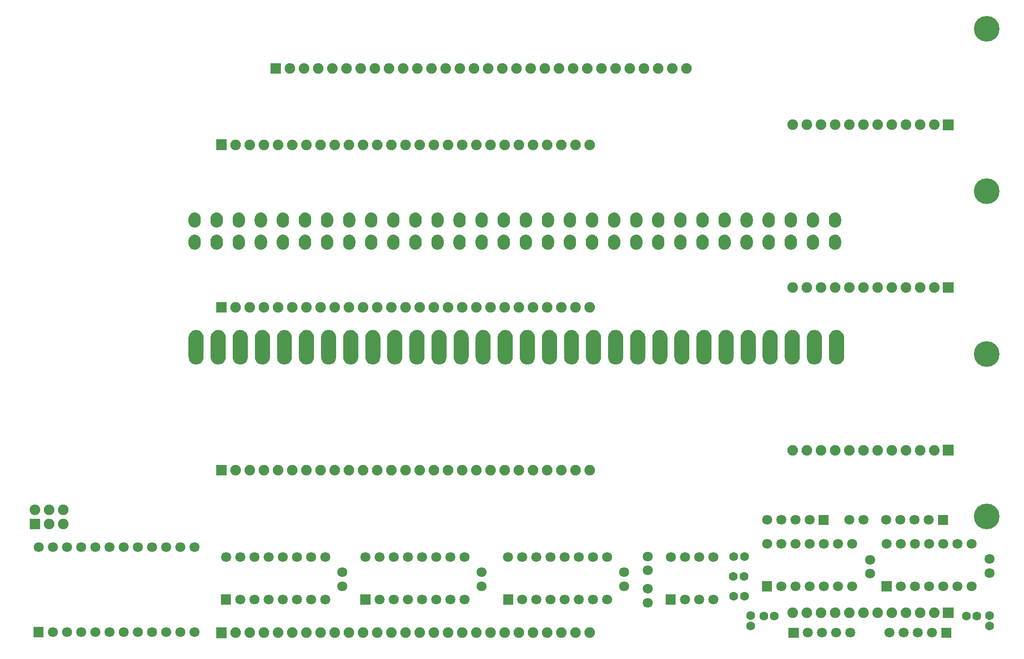
<source format=gts>
G04 Layer: TopSolderMaskLayer*
G04 EasyEDA v6.3.43, 2020-05-25T11:21:51+02:00*
G04 b2f46ff1345c4209a88c0a1db2e3f32b,10*
G04 Gerber Generator version 0.2*
G04 Scale: 100 percent, Rotated: No, Reflected: No *
G04 Dimensions in inches *
G04 leading zeros omitted , absolute positions ,2 integer and 4 decimal *
%FSLAX24Y24*%
%MOIN*%
G90*
G70D02*

%ADD23C,0.070990*%
%ADD25C,0.074930*%
%ADD26C,0.063120*%
%ADD27C,0.181230*%
%ADD28C,0.035560*%

%LPD*%
G36*
G01X1176Y863D02*
G01X1176Y1573D01*
G01X1886Y1573D01*
G01X1886Y863D01*
G01X1176Y863D01*
G37*
G54D23*
G01X2531Y1218D03*
G01X3531Y1218D03*
G01X4531Y1218D03*
G01X5531Y1218D03*
G01X6531Y1218D03*
G01X7531Y1218D03*
G01X8531Y1218D03*
G01X9531Y1218D03*
G01X10531Y1218D03*
G01X11531Y1218D03*
G01X12531Y1218D03*
G01X12531Y7218D03*
G01X11531Y7218D03*
G01X10531Y7218D03*
G01X9531Y7218D03*
G01X8531Y7218D03*
G01X7531Y7218D03*
G01X6531Y7218D03*
G01X5531Y7218D03*
G01X4531Y7218D03*
G01X3531Y7218D03*
G01X2531Y7218D03*
G01X1531Y7218D03*
G36*
G01X65391Y2203D02*
G01X65391Y2952D01*
G01X66140Y2952D01*
G01X66140Y2203D01*
G01X65391Y2203D01*
G37*
G54D25*
G01X64765Y2578D03*
G01X63765Y2578D03*
G01X62765Y2578D03*
G01X61765Y2578D03*
G01X60765Y2578D03*
G01X59765Y2578D03*
G01X58765Y2578D03*
G01X57765Y2578D03*
G01X56765Y2578D03*
G01X55765Y2578D03*
G01X54765Y2578D03*
G36*
G01X14063Y797D02*
G01X14063Y1546D01*
G01X14812Y1546D01*
G01X14812Y797D01*
G01X14063Y797D01*
G37*
G01X15437Y1171D03*
G01X16437Y1171D03*
G01X17437Y1171D03*
G01X18437Y1171D03*
G01X19437Y1171D03*
G01X20437Y1171D03*
G01X21437Y1171D03*
G01X22437Y1171D03*
G01X23437Y1171D03*
G01X24437Y1171D03*
G01X25437Y1171D03*
G01X26437Y1171D03*
G01X27437Y1171D03*
G01X28437Y1171D03*
G01X29437Y1171D03*
G01X30437Y1171D03*
G01X31437Y1171D03*
G01X32437Y1171D03*
G01X33437Y1171D03*
G01X34437Y1171D03*
G01X35437Y1171D03*
G01X36437Y1171D03*
G01X37437Y1171D03*
G01X38437Y1171D03*
G01X39437Y1171D03*
G01X40437Y1171D03*
G36*
G01X12522Y29779D02*
G01X12468Y29786D01*
G01X12416Y29799D01*
G01X12365Y29819D01*
G01X12317Y29845D01*
G01X12273Y29877D01*
G01X12233Y29915D01*
G01X12199Y29957D01*
G01X12170Y30003D01*
G01X12146Y30052D01*
G01X12129Y30104D01*
G01X12119Y30157D01*
G01X12116Y30210D01*
G01X12116Y30410D01*
G01X12119Y30463D01*
G01X12129Y30516D01*
G01X12146Y30568D01*
G01X12170Y30618D01*
G01X12199Y30663D01*
G01X12233Y30705D01*
G01X12273Y30743D01*
G01X12317Y30775D01*
G01X12365Y30801D01*
G01X12416Y30821D01*
G01X12468Y30835D01*
G01X12522Y30841D01*
G01X12577Y30841D01*
G01X12631Y30835D01*
G01X12684Y30821D01*
G01X12734Y30801D01*
G01X12782Y30775D01*
G01X12826Y30743D01*
G01X12866Y30705D01*
G01X12901Y30663D01*
G01X12930Y30617D01*
G01X12953Y30568D01*
G01X12970Y30516D01*
G01X12980Y30463D01*
G01X12983Y30410D01*
G01X12983Y30210D01*
G01X12980Y30157D01*
G01X12970Y30104D01*
G01X12953Y30052D01*
G01X12930Y30003D01*
G01X12901Y29957D01*
G01X12866Y29915D01*
G01X12826Y29877D01*
G01X12782Y29845D01*
G01X12734Y29819D01*
G01X12684Y29799D01*
G01X12631Y29786D01*
G01X12577Y29779D01*
G01X12522Y29779D01*
G37*
G36*
G01X12522Y28220D02*
G01X12468Y28227D01*
G01X12416Y28240D01*
G01X12365Y28260D01*
G01X12317Y28286D01*
G01X12273Y28318D01*
G01X12233Y28356D01*
G01X12199Y28398D01*
G01X12170Y28444D01*
G01X12146Y28493D01*
G01X12129Y28545D01*
G01X12119Y28598D01*
G01X12116Y28651D01*
G01X12116Y28851D01*
G01X12119Y28904D01*
G01X12129Y28957D01*
G01X12146Y29009D01*
G01X12170Y29058D01*
G01X12199Y29104D01*
G01X12233Y29146D01*
G01X12273Y29184D01*
G01X12317Y29216D01*
G01X12365Y29242D01*
G01X12416Y29262D01*
G01X12468Y29276D01*
G01X12522Y29282D01*
G01X12577Y29282D01*
G01X12631Y29276D01*
G01X12684Y29262D01*
G01X12734Y29242D01*
G01X12782Y29216D01*
G01X12826Y29184D01*
G01X12866Y29146D01*
G01X12901Y29104D01*
G01X12930Y29058D01*
G01X12953Y29009D01*
G01X12970Y28957D01*
G01X12980Y28904D01*
G01X12983Y28851D01*
G01X12983Y28651D01*
G01X12980Y28598D01*
G01X12970Y28545D01*
G01X12953Y28493D01*
G01X12930Y28444D01*
G01X12901Y28398D01*
G01X12866Y28356D01*
G01X12826Y28318D01*
G01X12782Y28286D01*
G01X12734Y28260D01*
G01X12684Y28240D01*
G01X12631Y28227D01*
G01X12577Y28220D01*
G01X12522Y28220D01*
G37*
G36*
G01X14081Y29779D02*
G01X14027Y29786D01*
G01X13975Y29799D01*
G01X13924Y29819D01*
G01X13876Y29845D01*
G01X13832Y29877D01*
G01X13792Y29915D01*
G01X13758Y29957D01*
G01X13729Y30003D01*
G01X13705Y30052D01*
G01X13689Y30104D01*
G01X13678Y30157D01*
G01X13675Y30210D01*
G01X13675Y30410D01*
G01X13678Y30463D01*
G01X13689Y30516D01*
G01X13705Y30568D01*
G01X13729Y30617D01*
G01X13758Y30663D01*
G01X13792Y30705D01*
G01X13832Y30743D01*
G01X13876Y30775D01*
G01X13924Y30801D01*
G01X13975Y30821D01*
G01X14027Y30835D01*
G01X14081Y30841D01*
G01X14136Y30841D01*
G01X14190Y30835D01*
G01X14243Y30821D01*
G01X14293Y30801D01*
G01X14341Y30775D01*
G01X14385Y30743D01*
G01X14425Y30705D01*
G01X14460Y30663D01*
G01X14489Y30618D01*
G01X14512Y30568D01*
G01X14529Y30516D01*
G01X14539Y30463D01*
G01X14542Y30410D01*
G01X14542Y30210D01*
G01X14539Y30157D01*
G01X14529Y30104D01*
G01X14512Y30052D01*
G01X14489Y30003D01*
G01X14460Y29957D01*
G01X14425Y29915D01*
G01X14385Y29877D01*
G01X14341Y29845D01*
G01X14293Y29819D01*
G01X14243Y29799D01*
G01X14190Y29786D01*
G01X14136Y29779D01*
G01X14081Y29779D01*
G37*
G36*
G01X14081Y28220D02*
G01X14027Y28227D01*
G01X13975Y28240D01*
G01X13924Y28260D01*
G01X13876Y28286D01*
G01X13832Y28318D01*
G01X13792Y28356D01*
G01X13758Y28398D01*
G01X13729Y28444D01*
G01X13705Y28493D01*
G01X13689Y28545D01*
G01X13678Y28598D01*
G01X13675Y28651D01*
G01X13675Y28851D01*
G01X13678Y28904D01*
G01X13689Y28957D01*
G01X13705Y29009D01*
G01X13729Y29058D01*
G01X13758Y29104D01*
G01X13792Y29146D01*
G01X13832Y29184D01*
G01X13876Y29216D01*
G01X13924Y29242D01*
G01X13975Y29262D01*
G01X14027Y29276D01*
G01X14081Y29282D01*
G01X14136Y29282D01*
G01X14190Y29276D01*
G01X14243Y29262D01*
G01X14293Y29242D01*
G01X14341Y29216D01*
G01X14385Y29184D01*
G01X14425Y29146D01*
G01X14460Y29104D01*
G01X14489Y29058D01*
G01X14512Y29009D01*
G01X14529Y28957D01*
G01X14539Y28904D01*
G01X14542Y28851D01*
G01X14542Y28651D01*
G01X14539Y28598D01*
G01X14529Y28545D01*
G01X14512Y28493D01*
G01X14489Y28444D01*
G01X14460Y28398D01*
G01X14425Y28356D01*
G01X14385Y28318D01*
G01X14341Y28286D01*
G01X14293Y28260D01*
G01X14243Y28240D01*
G01X14190Y28227D01*
G01X14136Y28220D01*
G01X14081Y28220D01*
G37*
G36*
G01X15641Y29779D02*
G01X15586Y29786D01*
G01X15534Y29799D01*
G01X15483Y29819D01*
G01X15435Y29845D01*
G01X15391Y29877D01*
G01X15352Y29915D01*
G01X15317Y29957D01*
G01X15288Y30003D01*
G01X15264Y30052D01*
G01X15248Y30104D01*
G01X15237Y30157D01*
G01X15234Y30210D01*
G01X15234Y30410D01*
G01X15237Y30463D01*
G01X15248Y30516D01*
G01X15264Y30568D01*
G01X15288Y30618D01*
G01X15317Y30663D01*
G01X15352Y30705D01*
G01X15391Y30743D01*
G01X15435Y30775D01*
G01X15483Y30801D01*
G01X15534Y30821D01*
G01X15586Y30835D01*
G01X15641Y30841D01*
G01X15695Y30841D01*
G01X15749Y30835D01*
G01X15802Y30821D01*
G01X15852Y30801D01*
G01X15900Y30775D01*
G01X15944Y30743D01*
G01X15984Y30705D01*
G01X16019Y30663D01*
G01X16048Y30617D01*
G01X16071Y30568D01*
G01X16088Y30516D01*
G01X16098Y30463D01*
G01X16102Y30410D01*
G01X16102Y30210D01*
G01X16098Y30157D01*
G01X16088Y30104D01*
G01X16071Y30052D01*
G01X16048Y30003D01*
G01X16019Y29957D01*
G01X15984Y29915D01*
G01X15944Y29877D01*
G01X15900Y29845D01*
G01X15852Y29819D01*
G01X15802Y29799D01*
G01X15749Y29786D01*
G01X15695Y29779D01*
G01X15641Y29779D01*
G37*
G36*
G01X15641Y28220D02*
G01X15586Y28227D01*
G01X15534Y28240D01*
G01X15483Y28260D01*
G01X15435Y28286D01*
G01X15391Y28318D01*
G01X15352Y28356D01*
G01X15317Y28398D01*
G01X15288Y28444D01*
G01X15264Y28493D01*
G01X15248Y28545D01*
G01X15237Y28598D01*
G01X15234Y28651D01*
G01X15234Y28851D01*
G01X15237Y28904D01*
G01X15248Y28957D01*
G01X15264Y29009D01*
G01X15288Y29058D01*
G01X15317Y29104D01*
G01X15352Y29146D01*
G01X15391Y29184D01*
G01X15435Y29216D01*
G01X15483Y29242D01*
G01X15534Y29262D01*
G01X15586Y29276D01*
G01X15641Y29282D01*
G01X15695Y29282D01*
G01X15749Y29276D01*
G01X15802Y29262D01*
G01X15852Y29242D01*
G01X15900Y29216D01*
G01X15944Y29184D01*
G01X15984Y29146D01*
G01X16019Y29104D01*
G01X16048Y29058D01*
G01X16071Y29009D01*
G01X16088Y28957D01*
G01X16098Y28904D01*
G01X16102Y28851D01*
G01X16102Y28651D01*
G01X16098Y28598D01*
G01X16088Y28545D01*
G01X16071Y28493D01*
G01X16048Y28444D01*
G01X16019Y28398D01*
G01X15984Y28356D01*
G01X15944Y28318D01*
G01X15900Y28286D01*
G01X15852Y28260D01*
G01X15802Y28240D01*
G01X15749Y28227D01*
G01X15695Y28220D01*
G01X15641Y28220D01*
G37*
G36*
G01X17200Y29779D02*
G01X17146Y29786D01*
G01X17093Y29799D01*
G01X17042Y29819D01*
G01X16994Y29845D01*
G01X16950Y29877D01*
G01X16911Y29915D01*
G01X16876Y29957D01*
G01X16847Y30003D01*
G01X16824Y30052D01*
G01X16807Y30104D01*
G01X16796Y30157D01*
G01X16793Y30210D01*
G01X16793Y30410D01*
G01X16796Y30463D01*
G01X16807Y30516D01*
G01X16824Y30568D01*
G01X16847Y30617D01*
G01X16876Y30663D01*
G01X16911Y30705D01*
G01X16950Y30743D01*
G01X16994Y30775D01*
G01X17042Y30801D01*
G01X17093Y30821D01*
G01X17146Y30835D01*
G01X17200Y30841D01*
G01X17254Y30841D01*
G01X17308Y30835D01*
G01X17361Y30821D01*
G01X17412Y30801D01*
G01X17459Y30775D01*
G01X17503Y30743D01*
G01X17543Y30705D01*
G01X17578Y30663D01*
G01X17607Y30618D01*
G01X17630Y30568D01*
G01X17647Y30516D01*
G01X17657Y30463D01*
G01X17661Y30410D01*
G01X17661Y30210D01*
G01X17657Y30157D01*
G01X17647Y30104D01*
G01X17630Y30052D01*
G01X17607Y30003D01*
G01X17578Y29957D01*
G01X17543Y29915D01*
G01X17503Y29877D01*
G01X17459Y29845D01*
G01X17412Y29819D01*
G01X17361Y29799D01*
G01X17308Y29786D01*
G01X17254Y29779D01*
G01X17200Y29779D01*
G37*
G36*
G01X17200Y28220D02*
G01X17146Y28227D01*
G01X17093Y28240D01*
G01X17042Y28260D01*
G01X16994Y28286D01*
G01X16950Y28318D01*
G01X16911Y28356D01*
G01X16876Y28398D01*
G01X16847Y28444D01*
G01X16824Y28493D01*
G01X16807Y28545D01*
G01X16796Y28598D01*
G01X16793Y28651D01*
G01X16793Y28851D01*
G01X16796Y28904D01*
G01X16807Y28957D01*
G01X16824Y29009D01*
G01X16847Y29058D01*
G01X16876Y29104D01*
G01X16911Y29146D01*
G01X16950Y29184D01*
G01X16994Y29216D01*
G01X17042Y29242D01*
G01X17093Y29262D01*
G01X17146Y29276D01*
G01X17200Y29282D01*
G01X17254Y29282D01*
G01X17308Y29276D01*
G01X17361Y29262D01*
G01X17412Y29242D01*
G01X17459Y29216D01*
G01X17503Y29184D01*
G01X17543Y29146D01*
G01X17578Y29104D01*
G01X17607Y29058D01*
G01X17630Y29009D01*
G01X17647Y28957D01*
G01X17657Y28904D01*
G01X17661Y28851D01*
G01X17661Y28651D01*
G01X17657Y28598D01*
G01X17647Y28545D01*
G01X17630Y28493D01*
G01X17607Y28444D01*
G01X17578Y28398D01*
G01X17543Y28356D01*
G01X17503Y28318D01*
G01X17459Y28286D01*
G01X17412Y28260D01*
G01X17361Y28240D01*
G01X17308Y28227D01*
G01X17254Y28220D01*
G01X17200Y28220D01*
G37*
G36*
G01X18759Y29779D02*
G01X18705Y29786D01*
G01X18652Y29799D01*
G01X18601Y29819D01*
G01X18553Y29845D01*
G01X18509Y29877D01*
G01X18470Y29915D01*
G01X18435Y29957D01*
G01X18406Y30003D01*
G01X18383Y30052D01*
G01X18366Y30104D01*
G01X18356Y30157D01*
G01X18352Y30210D01*
G01X18352Y30410D01*
G01X18356Y30463D01*
G01X18366Y30516D01*
G01X18383Y30568D01*
G01X18406Y30618D01*
G01X18435Y30663D01*
G01X18470Y30705D01*
G01X18509Y30743D01*
G01X18553Y30775D01*
G01X18601Y30801D01*
G01X18652Y30821D01*
G01X18705Y30835D01*
G01X18759Y30841D01*
G01X18813Y30841D01*
G01X18867Y30835D01*
G01X18920Y30821D01*
G01X18971Y30801D01*
G01X19018Y30775D01*
G01X19062Y30743D01*
G01X19102Y30705D01*
G01X19137Y30663D01*
G01X19166Y30617D01*
G01X19189Y30568D01*
G01X19206Y30516D01*
G01X19216Y30463D01*
G01X19220Y30410D01*
G01X19220Y30210D01*
G01X19216Y30157D01*
G01X19206Y30104D01*
G01X19189Y30052D01*
G01X19166Y30003D01*
G01X19137Y29957D01*
G01X19102Y29915D01*
G01X19062Y29877D01*
G01X19018Y29845D01*
G01X18971Y29819D01*
G01X18920Y29799D01*
G01X18867Y29786D01*
G01X18813Y29779D01*
G01X18759Y29779D01*
G37*
G36*
G01X18759Y28220D02*
G01X18705Y28227D01*
G01X18652Y28240D01*
G01X18601Y28260D01*
G01X18553Y28286D01*
G01X18509Y28318D01*
G01X18470Y28356D01*
G01X18435Y28398D01*
G01X18406Y28444D01*
G01X18383Y28493D01*
G01X18366Y28545D01*
G01X18356Y28598D01*
G01X18352Y28651D01*
G01X18352Y28851D01*
G01X18356Y28904D01*
G01X18366Y28957D01*
G01X18383Y29009D01*
G01X18406Y29058D01*
G01X18435Y29104D01*
G01X18470Y29146D01*
G01X18509Y29184D01*
G01X18553Y29216D01*
G01X18601Y29242D01*
G01X18652Y29262D01*
G01X18705Y29276D01*
G01X18759Y29282D01*
G01X18813Y29282D01*
G01X18867Y29276D01*
G01X18920Y29262D01*
G01X18971Y29242D01*
G01X19018Y29216D01*
G01X19062Y29184D01*
G01X19102Y29146D01*
G01X19137Y29104D01*
G01X19166Y29058D01*
G01X19189Y29009D01*
G01X19206Y28957D01*
G01X19216Y28904D01*
G01X19220Y28851D01*
G01X19220Y28651D01*
G01X19216Y28598D01*
G01X19206Y28545D01*
G01X19189Y28493D01*
G01X19166Y28444D01*
G01X19137Y28398D01*
G01X19102Y28356D01*
G01X19062Y28318D01*
G01X19018Y28286D01*
G01X18971Y28260D01*
G01X18920Y28240D01*
G01X18867Y28227D01*
G01X18813Y28220D01*
G01X18759Y28220D01*
G37*
G36*
G01X20318Y29779D02*
G01X20264Y29786D01*
G01X20211Y29799D01*
G01X20160Y29819D01*
G01X20113Y29845D01*
G01X20068Y29877D01*
G01X20029Y29915D01*
G01X19994Y29957D01*
G01X19965Y30003D01*
G01X19942Y30052D01*
G01X19925Y30104D01*
G01X19915Y30157D01*
G01X19911Y30210D01*
G01X19911Y30410D01*
G01X19915Y30463D01*
G01X19925Y30516D01*
G01X19942Y30568D01*
G01X19965Y30617D01*
G01X19994Y30663D01*
G01X20029Y30705D01*
G01X20068Y30743D01*
G01X20113Y30775D01*
G01X20160Y30801D01*
G01X20211Y30821D01*
G01X20264Y30835D01*
G01X20318Y30841D01*
G01X20372Y30841D01*
G01X20426Y30835D01*
G01X20479Y30821D01*
G01X20530Y30801D01*
G01X20577Y30775D01*
G01X20621Y30743D01*
G01X20661Y30705D01*
G01X20696Y30663D01*
G01X20725Y30617D01*
G01X20748Y30568D01*
G01X20765Y30516D01*
G01X20775Y30463D01*
G01X20779Y30410D01*
G01X20779Y30210D01*
G01X20775Y30157D01*
G01X20765Y30104D01*
G01X20748Y30052D01*
G01X20725Y30003D01*
G01X20696Y29957D01*
G01X20661Y29915D01*
G01X20621Y29877D01*
G01X20577Y29845D01*
G01X20530Y29819D01*
G01X20479Y29799D01*
G01X20426Y29786D01*
G01X20372Y29779D01*
G01X20318Y29779D01*
G37*
G36*
G01X20318Y28220D02*
G01X20264Y28227D01*
G01X20211Y28240D01*
G01X20160Y28260D01*
G01X20113Y28286D01*
G01X20068Y28318D01*
G01X20029Y28356D01*
G01X19994Y28398D01*
G01X19965Y28444D01*
G01X19942Y28493D01*
G01X19925Y28545D01*
G01X19915Y28598D01*
G01X19911Y28651D01*
G01X19911Y28851D01*
G01X19915Y28904D01*
G01X19925Y28957D01*
G01X19942Y29009D01*
G01X19965Y29058D01*
G01X19994Y29104D01*
G01X20029Y29146D01*
G01X20068Y29184D01*
G01X20113Y29216D01*
G01X20160Y29242D01*
G01X20211Y29262D01*
G01X20264Y29276D01*
G01X20318Y29282D01*
G01X20372Y29282D01*
G01X20426Y29276D01*
G01X20479Y29262D01*
G01X20530Y29242D01*
G01X20577Y29216D01*
G01X20621Y29184D01*
G01X20661Y29146D01*
G01X20696Y29104D01*
G01X20725Y29058D01*
G01X20748Y29009D01*
G01X20765Y28957D01*
G01X20775Y28904D01*
G01X20779Y28851D01*
G01X20779Y28651D01*
G01X20775Y28598D01*
G01X20765Y28545D01*
G01X20748Y28493D01*
G01X20725Y28444D01*
G01X20696Y28398D01*
G01X20661Y28356D01*
G01X20621Y28318D01*
G01X20577Y28286D01*
G01X20530Y28260D01*
G01X20479Y28240D01*
G01X20426Y28227D01*
G01X20372Y28220D01*
G01X20318Y28220D01*
G37*
G36*
G01X21877Y29779D02*
G01X21823Y29786D01*
G01X21770Y29799D01*
G01X21719Y29819D01*
G01X21672Y29845D01*
G01X21627Y29877D01*
G01X21588Y29915D01*
G01X21553Y29957D01*
G01X21524Y30003D01*
G01X21501Y30052D01*
G01X21484Y30104D01*
G01X21474Y30157D01*
G01X21470Y30210D01*
G01X21470Y30410D01*
G01X21474Y30463D01*
G01X21484Y30516D01*
G01X21501Y30568D01*
G01X21524Y30618D01*
G01X21553Y30663D01*
G01X21588Y30705D01*
G01X21627Y30743D01*
G01X21672Y30775D01*
G01X21719Y30801D01*
G01X21770Y30821D01*
G01X21823Y30835D01*
G01X21877Y30841D01*
G01X21931Y30841D01*
G01X21985Y30835D01*
G01X22038Y30821D01*
G01X22089Y30801D01*
G01X22136Y30775D01*
G01X22180Y30743D01*
G01X22220Y30705D01*
G01X22255Y30663D01*
G01X22284Y30617D01*
G01X22307Y30568D01*
G01X22324Y30516D01*
G01X22334Y30463D01*
G01X22338Y30410D01*
G01X22338Y30210D01*
G01X22334Y30157D01*
G01X22324Y30104D01*
G01X22307Y30052D01*
G01X22284Y30003D01*
G01X22255Y29957D01*
G01X22220Y29915D01*
G01X22180Y29877D01*
G01X22136Y29845D01*
G01X22089Y29819D01*
G01X22038Y29799D01*
G01X21985Y29786D01*
G01X21931Y29779D01*
G01X21877Y29779D01*
G37*
G36*
G01X21877Y28220D02*
G01X21823Y28227D01*
G01X21770Y28240D01*
G01X21719Y28260D01*
G01X21672Y28286D01*
G01X21627Y28318D01*
G01X21588Y28356D01*
G01X21553Y28398D01*
G01X21524Y28444D01*
G01X21501Y28493D01*
G01X21484Y28545D01*
G01X21474Y28598D01*
G01X21470Y28651D01*
G01X21470Y28851D01*
G01X21474Y28904D01*
G01X21484Y28957D01*
G01X21501Y29009D01*
G01X21524Y29058D01*
G01X21553Y29104D01*
G01X21588Y29146D01*
G01X21627Y29184D01*
G01X21672Y29216D01*
G01X21719Y29242D01*
G01X21770Y29262D01*
G01X21823Y29276D01*
G01X21877Y29282D01*
G01X21931Y29282D01*
G01X21985Y29276D01*
G01X22038Y29262D01*
G01X22089Y29242D01*
G01X22136Y29216D01*
G01X22180Y29184D01*
G01X22220Y29146D01*
G01X22255Y29104D01*
G01X22284Y29058D01*
G01X22307Y29009D01*
G01X22324Y28957D01*
G01X22334Y28904D01*
G01X22338Y28851D01*
G01X22338Y28651D01*
G01X22334Y28598D01*
G01X22324Y28545D01*
G01X22307Y28493D01*
G01X22284Y28444D01*
G01X22255Y28398D01*
G01X22220Y28356D01*
G01X22180Y28318D01*
G01X22136Y28286D01*
G01X22089Y28260D01*
G01X22038Y28240D01*
G01X21985Y28227D01*
G01X21931Y28220D01*
G01X21877Y28220D01*
G37*
G36*
G01X23436Y29779D02*
G01X23382Y29786D01*
G01X23329Y29799D01*
G01X23278Y29819D01*
G01X23231Y29845D01*
G01X23187Y29877D01*
G01X23147Y29915D01*
G01X23112Y29957D01*
G01X23083Y30003D01*
G01X23060Y30052D01*
G01X23043Y30104D01*
G01X23033Y30157D01*
G01X23029Y30210D01*
G01X23029Y30410D01*
G01X23033Y30463D01*
G01X23043Y30516D01*
G01X23060Y30568D01*
G01X23083Y30617D01*
G01X23112Y30663D01*
G01X23147Y30705D01*
G01X23187Y30743D01*
G01X23231Y30775D01*
G01X23278Y30801D01*
G01X23329Y30821D01*
G01X23382Y30835D01*
G01X23436Y30841D01*
G01X23490Y30841D01*
G01X23544Y30835D01*
G01X23597Y30821D01*
G01X23648Y30801D01*
G01X23695Y30775D01*
G01X23740Y30743D01*
G01X23779Y30705D01*
G01X23814Y30663D01*
G01X23843Y30617D01*
G01X23866Y30568D01*
G01X23883Y30516D01*
G01X23893Y30463D01*
G01X23897Y30410D01*
G01X23897Y30210D01*
G01X23893Y30157D01*
G01X23883Y30104D01*
G01X23866Y30052D01*
G01X23843Y30003D01*
G01X23814Y29957D01*
G01X23779Y29915D01*
G01X23740Y29877D01*
G01X23695Y29845D01*
G01X23648Y29819D01*
G01X23597Y29799D01*
G01X23544Y29786D01*
G01X23490Y29779D01*
G01X23436Y29779D01*
G37*
G36*
G01X23436Y28220D02*
G01X23382Y28227D01*
G01X23329Y28240D01*
G01X23278Y28260D01*
G01X23231Y28286D01*
G01X23187Y28318D01*
G01X23147Y28356D01*
G01X23112Y28398D01*
G01X23083Y28444D01*
G01X23060Y28493D01*
G01X23043Y28545D01*
G01X23033Y28598D01*
G01X23029Y28651D01*
G01X23029Y28851D01*
G01X23033Y28904D01*
G01X23043Y28957D01*
G01X23060Y29009D01*
G01X23083Y29058D01*
G01X23112Y29104D01*
G01X23147Y29146D01*
G01X23187Y29184D01*
G01X23231Y29216D01*
G01X23278Y29242D01*
G01X23329Y29262D01*
G01X23382Y29276D01*
G01X23436Y29282D01*
G01X23490Y29282D01*
G01X23544Y29276D01*
G01X23597Y29262D01*
G01X23648Y29242D01*
G01X23695Y29216D01*
G01X23740Y29184D01*
G01X23779Y29146D01*
G01X23814Y29104D01*
G01X23843Y29058D01*
G01X23866Y29009D01*
G01X23883Y28957D01*
G01X23893Y28904D01*
G01X23897Y28851D01*
G01X23897Y28651D01*
G01X23893Y28598D01*
G01X23883Y28545D01*
G01X23866Y28493D01*
G01X23843Y28444D01*
G01X23814Y28398D01*
G01X23779Y28356D01*
G01X23740Y28318D01*
G01X23695Y28286D01*
G01X23648Y28260D01*
G01X23597Y28240D01*
G01X23544Y28227D01*
G01X23490Y28220D01*
G01X23436Y28220D01*
G37*
G36*
G01X24995Y29779D02*
G01X24941Y29786D01*
G01X24888Y29799D01*
G01X24837Y29819D01*
G01X24790Y29845D01*
G01X24746Y29877D01*
G01X24706Y29915D01*
G01X24671Y29957D01*
G01X24642Y30003D01*
G01X24619Y30052D01*
G01X24602Y30104D01*
G01X24592Y30157D01*
G01X24588Y30210D01*
G01X24588Y30410D01*
G01X24592Y30463D01*
G01X24602Y30516D01*
G01X24619Y30568D01*
G01X24642Y30618D01*
G01X24671Y30663D01*
G01X24706Y30705D01*
G01X24746Y30743D01*
G01X24790Y30775D01*
G01X24837Y30801D01*
G01X24888Y30821D01*
G01X24941Y30835D01*
G01X24995Y30841D01*
G01X25049Y30841D01*
G01X25103Y30835D01*
G01X25156Y30821D01*
G01X25207Y30801D01*
G01X25255Y30775D01*
G01X25299Y30743D01*
G01X25338Y30705D01*
G01X25373Y30663D01*
G01X25402Y30617D01*
G01X25425Y30568D01*
G01X25442Y30516D01*
G01X25452Y30463D01*
G01X25456Y30410D01*
G01X25456Y30210D01*
G01X25452Y30157D01*
G01X25442Y30104D01*
G01X25425Y30052D01*
G01X25402Y30003D01*
G01X25373Y29957D01*
G01X25338Y29915D01*
G01X25299Y29877D01*
G01X25255Y29845D01*
G01X25207Y29819D01*
G01X25156Y29799D01*
G01X25103Y29786D01*
G01X25049Y29779D01*
G01X24995Y29779D01*
G37*
G36*
G01X24995Y28220D02*
G01X24941Y28227D01*
G01X24888Y28240D01*
G01X24837Y28260D01*
G01X24790Y28286D01*
G01X24746Y28318D01*
G01X24706Y28356D01*
G01X24671Y28398D01*
G01X24642Y28444D01*
G01X24619Y28493D01*
G01X24602Y28545D01*
G01X24592Y28598D01*
G01X24588Y28651D01*
G01X24588Y28851D01*
G01X24592Y28904D01*
G01X24602Y28957D01*
G01X24619Y29009D01*
G01X24642Y29058D01*
G01X24671Y29104D01*
G01X24706Y29146D01*
G01X24746Y29184D01*
G01X24790Y29216D01*
G01X24837Y29242D01*
G01X24888Y29262D01*
G01X24941Y29276D01*
G01X24995Y29282D01*
G01X25049Y29282D01*
G01X25103Y29276D01*
G01X25156Y29262D01*
G01X25207Y29242D01*
G01X25255Y29216D01*
G01X25299Y29184D01*
G01X25338Y29146D01*
G01X25373Y29104D01*
G01X25402Y29058D01*
G01X25425Y29009D01*
G01X25442Y28957D01*
G01X25452Y28904D01*
G01X25456Y28851D01*
G01X25456Y28651D01*
G01X25452Y28598D01*
G01X25442Y28545D01*
G01X25425Y28493D01*
G01X25402Y28444D01*
G01X25373Y28398D01*
G01X25338Y28356D01*
G01X25299Y28318D01*
G01X25255Y28286D01*
G01X25207Y28260D01*
G01X25156Y28240D01*
G01X25103Y28227D01*
G01X25049Y28220D01*
G01X24995Y28220D01*
G37*
G36*
G01X26554Y29779D02*
G01X26500Y29786D01*
G01X26447Y29799D01*
G01X26396Y29819D01*
G01X26349Y29845D01*
G01X26305Y29877D01*
G01X26265Y29915D01*
G01X26230Y29957D01*
G01X26201Y30003D01*
G01X26178Y30052D01*
G01X26161Y30104D01*
G01X26151Y30157D01*
G01X26147Y30210D01*
G01X26147Y30410D01*
G01X26151Y30463D01*
G01X26161Y30516D01*
G01X26178Y30568D01*
G01X26201Y30617D01*
G01X26230Y30663D01*
G01X26265Y30705D01*
G01X26305Y30743D01*
G01X26349Y30775D01*
G01X26396Y30801D01*
G01X26447Y30821D01*
G01X26500Y30835D01*
G01X26554Y30841D01*
G01X26608Y30841D01*
G01X26662Y30835D01*
G01X26715Y30821D01*
G01X26766Y30801D01*
G01X26814Y30775D01*
G01X26858Y30743D01*
G01X26897Y30705D01*
G01X26932Y30663D01*
G01X26961Y30617D01*
G01X26984Y30568D01*
G01X27001Y30516D01*
G01X27011Y30463D01*
G01X27015Y30410D01*
G01X27015Y30210D01*
G01X27011Y30157D01*
G01X27001Y30104D01*
G01X26984Y30052D01*
G01X26961Y30003D01*
G01X26932Y29957D01*
G01X26897Y29915D01*
G01X26858Y29877D01*
G01X26814Y29845D01*
G01X26766Y29819D01*
G01X26715Y29799D01*
G01X26662Y29786D01*
G01X26608Y29779D01*
G01X26554Y29779D01*
G37*
G36*
G01X26554Y28220D02*
G01X26500Y28227D01*
G01X26447Y28240D01*
G01X26396Y28260D01*
G01X26349Y28286D01*
G01X26305Y28318D01*
G01X26265Y28356D01*
G01X26230Y28398D01*
G01X26201Y28444D01*
G01X26178Y28493D01*
G01X26161Y28545D01*
G01X26151Y28598D01*
G01X26147Y28651D01*
G01X26147Y28851D01*
G01X26151Y28904D01*
G01X26161Y28957D01*
G01X26178Y29009D01*
G01X26201Y29058D01*
G01X26230Y29104D01*
G01X26265Y29146D01*
G01X26305Y29184D01*
G01X26349Y29216D01*
G01X26396Y29242D01*
G01X26447Y29262D01*
G01X26500Y29276D01*
G01X26554Y29282D01*
G01X26608Y29282D01*
G01X26662Y29276D01*
G01X26715Y29262D01*
G01X26766Y29242D01*
G01X26814Y29216D01*
G01X26858Y29184D01*
G01X26897Y29146D01*
G01X26932Y29104D01*
G01X26961Y29058D01*
G01X26984Y29009D01*
G01X27001Y28957D01*
G01X27011Y28904D01*
G01X27015Y28851D01*
G01X27015Y28651D01*
G01X27011Y28598D01*
G01X27001Y28545D01*
G01X26984Y28493D01*
G01X26961Y28444D01*
G01X26932Y28398D01*
G01X26897Y28356D01*
G01X26858Y28318D01*
G01X26814Y28286D01*
G01X26766Y28260D01*
G01X26715Y28240D01*
G01X26662Y28227D01*
G01X26608Y28220D01*
G01X26554Y28220D01*
G37*
G36*
G01X28113Y29779D02*
G01X28059Y29786D01*
G01X28006Y29799D01*
G01X27956Y29819D01*
G01X27908Y29845D01*
G01X27864Y29877D01*
G01X27824Y29915D01*
G01X27789Y29957D01*
G01X27760Y30003D01*
G01X27737Y30052D01*
G01X27720Y30104D01*
G01X27710Y30157D01*
G01X27707Y30210D01*
G01X27707Y30410D01*
G01X27710Y30463D01*
G01X27720Y30516D01*
G01X27737Y30568D01*
G01X27760Y30618D01*
G01X27789Y30663D01*
G01X27824Y30705D01*
G01X27864Y30743D01*
G01X27908Y30775D01*
G01X27956Y30801D01*
G01X28006Y30821D01*
G01X28059Y30835D01*
G01X28113Y30841D01*
G01X28167Y30841D01*
G01X28222Y30835D01*
G01X28274Y30821D01*
G01X28325Y30801D01*
G01X28373Y30775D01*
G01X28417Y30743D01*
G01X28456Y30705D01*
G01X28491Y30663D01*
G01X28520Y30618D01*
G01X28544Y30568D01*
G01X28560Y30516D01*
G01X28571Y30463D01*
G01X28574Y30410D01*
G01X28574Y30210D01*
G01X28571Y30157D01*
G01X28560Y30104D01*
G01X28544Y30052D01*
G01X28520Y30003D01*
G01X28491Y29957D01*
G01X28456Y29915D01*
G01X28417Y29877D01*
G01X28373Y29845D01*
G01X28325Y29819D01*
G01X28274Y29799D01*
G01X28222Y29786D01*
G01X28167Y29779D01*
G01X28113Y29779D01*
G37*
G36*
G01X28113Y28220D02*
G01X28059Y28227D01*
G01X28006Y28240D01*
G01X27956Y28260D01*
G01X27908Y28286D01*
G01X27864Y28318D01*
G01X27824Y28356D01*
G01X27789Y28398D01*
G01X27760Y28444D01*
G01X27737Y28493D01*
G01X27720Y28545D01*
G01X27710Y28598D01*
G01X27707Y28651D01*
G01X27707Y28851D01*
G01X27710Y28904D01*
G01X27720Y28957D01*
G01X27737Y29009D01*
G01X27760Y29058D01*
G01X27789Y29104D01*
G01X27824Y29146D01*
G01X27864Y29184D01*
G01X27908Y29216D01*
G01X27956Y29242D01*
G01X28006Y29262D01*
G01X28059Y29276D01*
G01X28113Y29282D01*
G01X28167Y29282D01*
G01X28222Y29276D01*
G01X28274Y29262D01*
G01X28325Y29242D01*
G01X28373Y29216D01*
G01X28417Y29184D01*
G01X28456Y29146D01*
G01X28491Y29104D01*
G01X28520Y29058D01*
G01X28544Y29009D01*
G01X28560Y28957D01*
G01X28571Y28904D01*
G01X28574Y28851D01*
G01X28574Y28651D01*
G01X28571Y28598D01*
G01X28560Y28545D01*
G01X28544Y28493D01*
G01X28520Y28444D01*
G01X28491Y28398D01*
G01X28456Y28356D01*
G01X28417Y28318D01*
G01X28373Y28286D01*
G01X28325Y28260D01*
G01X28274Y28240D01*
G01X28222Y28227D01*
G01X28167Y28220D01*
G01X28113Y28220D01*
G37*
G36*
G01X29672Y29779D02*
G01X29618Y29786D01*
G01X29565Y29799D01*
G01X29515Y29819D01*
G01X29467Y29845D01*
G01X29423Y29877D01*
G01X29383Y29915D01*
G01X29348Y29957D01*
G01X29319Y30003D01*
G01X29296Y30052D01*
G01X29279Y30104D01*
G01X29269Y30157D01*
G01X29266Y30210D01*
G01X29266Y30410D01*
G01X29269Y30463D01*
G01X29279Y30516D01*
G01X29296Y30568D01*
G01X29319Y30617D01*
G01X29348Y30663D01*
G01X29383Y30705D01*
G01X29423Y30743D01*
G01X29467Y30775D01*
G01X29515Y30801D01*
G01X29565Y30821D01*
G01X29618Y30835D01*
G01X29672Y30841D01*
G01X29727Y30841D01*
G01X29781Y30835D01*
G01X29833Y30821D01*
G01X29884Y30801D01*
G01X29932Y30775D01*
G01X29976Y30743D01*
G01X30015Y30705D01*
G01X30050Y30663D01*
G01X30079Y30617D01*
G01X30103Y30568D01*
G01X30119Y30516D01*
G01X30130Y30463D01*
G01X30133Y30410D01*
G01X30133Y30210D01*
G01X30130Y30157D01*
G01X30119Y30104D01*
G01X30103Y30052D01*
G01X30079Y30003D01*
G01X30050Y29957D01*
G01X30015Y29915D01*
G01X29976Y29877D01*
G01X29932Y29845D01*
G01X29884Y29819D01*
G01X29833Y29799D01*
G01X29781Y29786D01*
G01X29727Y29779D01*
G01X29672Y29779D01*
G37*
G36*
G01X29672Y28220D02*
G01X29618Y28227D01*
G01X29565Y28240D01*
G01X29515Y28260D01*
G01X29467Y28286D01*
G01X29423Y28318D01*
G01X29383Y28356D01*
G01X29348Y28398D01*
G01X29319Y28444D01*
G01X29296Y28493D01*
G01X29279Y28545D01*
G01X29269Y28598D01*
G01X29266Y28651D01*
G01X29266Y28851D01*
G01X29269Y28904D01*
G01X29279Y28957D01*
G01X29296Y29009D01*
G01X29319Y29058D01*
G01X29348Y29104D01*
G01X29383Y29146D01*
G01X29423Y29184D01*
G01X29467Y29216D01*
G01X29515Y29242D01*
G01X29565Y29262D01*
G01X29618Y29276D01*
G01X29672Y29282D01*
G01X29727Y29282D01*
G01X29781Y29276D01*
G01X29833Y29262D01*
G01X29884Y29242D01*
G01X29932Y29216D01*
G01X29976Y29184D01*
G01X30015Y29146D01*
G01X30050Y29104D01*
G01X30079Y29058D01*
G01X30103Y29009D01*
G01X30119Y28957D01*
G01X30130Y28904D01*
G01X30133Y28851D01*
G01X30133Y28651D01*
G01X30130Y28598D01*
G01X30119Y28545D01*
G01X30103Y28493D01*
G01X30079Y28444D01*
G01X30050Y28398D01*
G01X30015Y28356D01*
G01X29976Y28318D01*
G01X29932Y28286D01*
G01X29884Y28260D01*
G01X29833Y28240D01*
G01X29781Y28227D01*
G01X29727Y28220D01*
G01X29672Y28220D01*
G37*
G36*
G01X31231Y29779D02*
G01X31177Y29786D01*
G01X31124Y29799D01*
G01X31074Y29819D01*
G01X31026Y29845D01*
G01X30982Y29877D01*
G01X30942Y29915D01*
G01X30907Y29957D01*
G01X30878Y30003D01*
G01X30855Y30052D01*
G01X30838Y30104D01*
G01X30828Y30157D01*
G01X30825Y30210D01*
G01X30825Y30410D01*
G01X30828Y30463D01*
G01X30838Y30516D01*
G01X30855Y30568D01*
G01X30878Y30617D01*
G01X30907Y30663D01*
G01X30942Y30705D01*
G01X30982Y30743D01*
G01X31026Y30775D01*
G01X31074Y30801D01*
G01X31124Y30821D01*
G01X31177Y30835D01*
G01X31231Y30841D01*
G01X31286Y30841D01*
G01X31340Y30835D01*
G01X31392Y30821D01*
G01X31443Y30801D01*
G01X31491Y30775D01*
G01X31535Y30743D01*
G01X31575Y30705D01*
G01X31609Y30663D01*
G01X31638Y30618D01*
G01X31662Y30568D01*
G01X31678Y30516D01*
G01X31689Y30463D01*
G01X31692Y30410D01*
G01X31692Y30210D01*
G01X31689Y30157D01*
G01X31678Y30104D01*
G01X31662Y30052D01*
G01X31638Y30003D01*
G01X31609Y29957D01*
G01X31575Y29915D01*
G01X31535Y29877D01*
G01X31491Y29845D01*
G01X31443Y29819D01*
G01X31392Y29799D01*
G01X31340Y29786D01*
G01X31286Y29779D01*
G01X31231Y29779D01*
G37*
G36*
G01X31231Y28220D02*
G01X31177Y28227D01*
G01X31124Y28240D01*
G01X31074Y28260D01*
G01X31026Y28286D01*
G01X30982Y28318D01*
G01X30942Y28356D01*
G01X30907Y28398D01*
G01X30878Y28444D01*
G01X30855Y28493D01*
G01X30838Y28545D01*
G01X30828Y28598D01*
G01X30825Y28651D01*
G01X30825Y28851D01*
G01X30828Y28904D01*
G01X30838Y28957D01*
G01X30855Y29009D01*
G01X30878Y29058D01*
G01X30907Y29104D01*
G01X30942Y29146D01*
G01X30982Y29184D01*
G01X31026Y29216D01*
G01X31074Y29242D01*
G01X31124Y29262D01*
G01X31177Y29276D01*
G01X31231Y29282D01*
G01X31286Y29282D01*
G01X31340Y29276D01*
G01X31392Y29262D01*
G01X31443Y29242D01*
G01X31491Y29216D01*
G01X31535Y29184D01*
G01X31575Y29146D01*
G01X31609Y29104D01*
G01X31638Y29058D01*
G01X31662Y29009D01*
G01X31678Y28957D01*
G01X31689Y28904D01*
G01X31692Y28851D01*
G01X31692Y28651D01*
G01X31689Y28598D01*
G01X31678Y28545D01*
G01X31662Y28493D01*
G01X31638Y28444D01*
G01X31609Y28398D01*
G01X31575Y28356D01*
G01X31535Y28318D01*
G01X31491Y28286D01*
G01X31443Y28260D01*
G01X31392Y28240D01*
G01X31340Y28227D01*
G01X31286Y28220D01*
G01X31231Y28220D01*
G37*
G36*
G01X32790Y29779D02*
G01X32736Y29786D01*
G01X32683Y29799D01*
G01X32633Y29819D01*
G01X32585Y29845D01*
G01X32541Y29877D01*
G01X32501Y29915D01*
G01X32466Y29957D01*
G01X32437Y30003D01*
G01X32414Y30052D01*
G01X32397Y30104D01*
G01X32387Y30157D01*
G01X32384Y30210D01*
G01X32384Y30410D01*
G01X32387Y30463D01*
G01X32397Y30516D01*
G01X32414Y30568D01*
G01X32437Y30617D01*
G01X32466Y30663D01*
G01X32501Y30705D01*
G01X32541Y30743D01*
G01X32585Y30775D01*
G01X32633Y30801D01*
G01X32683Y30821D01*
G01X32736Y30835D01*
G01X32790Y30841D01*
G01X32845Y30841D01*
G01X32899Y30835D01*
G01X32951Y30821D01*
G01X33002Y30801D01*
G01X33050Y30775D01*
G01X33094Y30743D01*
G01X33134Y30705D01*
G01X33168Y30663D01*
G01X33198Y30617D01*
G01X33221Y30568D01*
G01X33238Y30516D01*
G01X33248Y30463D01*
G01X33251Y30410D01*
G01X33251Y30210D01*
G01X33248Y30157D01*
G01X33238Y30104D01*
G01X33221Y30052D01*
G01X33198Y30003D01*
G01X33168Y29957D01*
G01X33134Y29915D01*
G01X33094Y29877D01*
G01X33050Y29845D01*
G01X33002Y29819D01*
G01X32951Y29799D01*
G01X32899Y29786D01*
G01X32845Y29779D01*
G01X32790Y29779D01*
G37*
G36*
G01X32790Y28220D02*
G01X32736Y28227D01*
G01X32683Y28240D01*
G01X32633Y28260D01*
G01X32585Y28286D01*
G01X32541Y28318D01*
G01X32501Y28356D01*
G01X32466Y28398D01*
G01X32437Y28444D01*
G01X32414Y28493D01*
G01X32397Y28545D01*
G01X32387Y28598D01*
G01X32384Y28651D01*
G01X32384Y28851D01*
G01X32387Y28904D01*
G01X32397Y28957D01*
G01X32414Y29009D01*
G01X32437Y29058D01*
G01X32466Y29104D01*
G01X32501Y29146D01*
G01X32541Y29184D01*
G01X32585Y29216D01*
G01X32633Y29242D01*
G01X32683Y29262D01*
G01X32736Y29276D01*
G01X32790Y29282D01*
G01X32845Y29282D01*
G01X32899Y29276D01*
G01X32951Y29262D01*
G01X33002Y29242D01*
G01X33050Y29216D01*
G01X33094Y29184D01*
G01X33134Y29146D01*
G01X33168Y29104D01*
G01X33198Y29058D01*
G01X33221Y29009D01*
G01X33238Y28957D01*
G01X33248Y28904D01*
G01X33251Y28851D01*
G01X33251Y28651D01*
G01X33248Y28598D01*
G01X33238Y28545D01*
G01X33221Y28493D01*
G01X33198Y28444D01*
G01X33168Y28398D01*
G01X33134Y28356D01*
G01X33094Y28318D01*
G01X33050Y28286D01*
G01X33002Y28260D01*
G01X32951Y28240D01*
G01X32899Y28227D01*
G01X32845Y28220D01*
G01X32790Y28220D01*
G37*
G36*
G01X34349Y29779D02*
G01X34295Y29786D01*
G01X34242Y29799D01*
G01X34192Y29819D01*
G01X34144Y29845D01*
G01X34100Y29877D01*
G01X34060Y29915D01*
G01X34025Y29957D01*
G01X33996Y30003D01*
G01X33973Y30052D01*
G01X33956Y30104D01*
G01X33946Y30157D01*
G01X33943Y30210D01*
G01X33943Y30410D01*
G01X33946Y30463D01*
G01X33956Y30516D01*
G01X33973Y30568D01*
G01X33996Y30617D01*
G01X34025Y30663D01*
G01X34060Y30705D01*
G01X34100Y30743D01*
G01X34144Y30775D01*
G01X34192Y30801D01*
G01X34242Y30821D01*
G01X34295Y30835D01*
G01X34349Y30841D01*
G01X34404Y30841D01*
G01X34458Y30835D01*
G01X34510Y30821D01*
G01X34561Y30801D01*
G01X34609Y30775D01*
G01X34653Y30743D01*
G01X34693Y30705D01*
G01X34727Y30663D01*
G01X34757Y30618D01*
G01X34780Y30568D01*
G01X34797Y30516D01*
G01X34807Y30463D01*
G01X34810Y30410D01*
G01X34810Y30210D01*
G01X34807Y30157D01*
G01X34797Y30104D01*
G01X34780Y30052D01*
G01X34757Y30003D01*
G01X34727Y29957D01*
G01X34693Y29915D01*
G01X34653Y29877D01*
G01X34609Y29845D01*
G01X34561Y29819D01*
G01X34510Y29799D01*
G01X34458Y29786D01*
G01X34404Y29779D01*
G01X34349Y29779D01*
G37*
G36*
G01X34349Y28220D02*
G01X34295Y28227D01*
G01X34242Y28240D01*
G01X34192Y28260D01*
G01X34144Y28286D01*
G01X34100Y28318D01*
G01X34060Y28356D01*
G01X34025Y28398D01*
G01X33996Y28444D01*
G01X33973Y28493D01*
G01X33956Y28545D01*
G01X33946Y28598D01*
G01X33943Y28651D01*
G01X33943Y28851D01*
G01X33946Y28904D01*
G01X33956Y28957D01*
G01X33973Y29009D01*
G01X33996Y29058D01*
G01X34025Y29104D01*
G01X34060Y29146D01*
G01X34100Y29184D01*
G01X34144Y29216D01*
G01X34192Y29242D01*
G01X34242Y29262D01*
G01X34295Y29276D01*
G01X34349Y29282D01*
G01X34404Y29282D01*
G01X34458Y29276D01*
G01X34510Y29262D01*
G01X34561Y29242D01*
G01X34609Y29216D01*
G01X34653Y29184D01*
G01X34693Y29146D01*
G01X34727Y29104D01*
G01X34757Y29058D01*
G01X34780Y29009D01*
G01X34797Y28957D01*
G01X34807Y28904D01*
G01X34810Y28851D01*
G01X34810Y28651D01*
G01X34807Y28598D01*
G01X34797Y28545D01*
G01X34780Y28493D01*
G01X34757Y28444D01*
G01X34727Y28398D01*
G01X34693Y28356D01*
G01X34653Y28318D01*
G01X34609Y28286D01*
G01X34561Y28260D01*
G01X34510Y28240D01*
G01X34458Y28227D01*
G01X34404Y28220D01*
G01X34349Y28220D01*
G37*
G36*
G01X35908Y29779D02*
G01X35854Y29786D01*
G01X35801Y29799D01*
G01X35751Y29819D01*
G01X35703Y29845D01*
G01X35659Y29877D01*
G01X35619Y29915D01*
G01X35585Y29957D01*
G01X35555Y30003D01*
G01X35532Y30052D01*
G01X35515Y30104D01*
G01X35505Y30157D01*
G01X35502Y30210D01*
G01X35502Y30410D01*
G01X35505Y30463D01*
G01X35515Y30516D01*
G01X35532Y30568D01*
G01X35555Y30618D01*
G01X35585Y30663D01*
G01X35619Y30705D01*
G01X35659Y30743D01*
G01X35703Y30775D01*
G01X35751Y30801D01*
G01X35801Y30821D01*
G01X35854Y30835D01*
G01X35908Y30841D01*
G01X35963Y30841D01*
G01X36017Y30835D01*
G01X36069Y30821D01*
G01X36120Y30801D01*
G01X36168Y30775D01*
G01X36212Y30743D01*
G01X36252Y30705D01*
G01X36286Y30663D01*
G01X36316Y30617D01*
G01X36339Y30568D01*
G01X36356Y30516D01*
G01X36366Y30463D01*
G01X36369Y30410D01*
G01X36369Y30210D01*
G01X36366Y30157D01*
G01X36356Y30104D01*
G01X36339Y30052D01*
G01X36316Y30003D01*
G01X36286Y29957D01*
G01X36252Y29915D01*
G01X36212Y29877D01*
G01X36168Y29845D01*
G01X36120Y29819D01*
G01X36069Y29799D01*
G01X36017Y29786D01*
G01X35963Y29779D01*
G01X35908Y29779D01*
G37*
G36*
G01X35908Y28220D02*
G01X35854Y28227D01*
G01X35801Y28240D01*
G01X35751Y28260D01*
G01X35703Y28286D01*
G01X35659Y28318D01*
G01X35619Y28356D01*
G01X35585Y28398D01*
G01X35555Y28444D01*
G01X35532Y28493D01*
G01X35515Y28545D01*
G01X35505Y28598D01*
G01X35502Y28651D01*
G01X35502Y28851D01*
G01X35505Y28904D01*
G01X35515Y28957D01*
G01X35532Y29009D01*
G01X35555Y29058D01*
G01X35585Y29104D01*
G01X35619Y29146D01*
G01X35659Y29184D01*
G01X35703Y29216D01*
G01X35751Y29242D01*
G01X35801Y29262D01*
G01X35854Y29276D01*
G01X35908Y29282D01*
G01X35963Y29282D01*
G01X36017Y29276D01*
G01X36069Y29262D01*
G01X36120Y29242D01*
G01X36168Y29216D01*
G01X36212Y29184D01*
G01X36252Y29146D01*
G01X36286Y29104D01*
G01X36316Y29058D01*
G01X36339Y29009D01*
G01X36356Y28957D01*
G01X36366Y28904D01*
G01X36369Y28851D01*
G01X36369Y28651D01*
G01X36366Y28598D01*
G01X36356Y28545D01*
G01X36339Y28493D01*
G01X36316Y28444D01*
G01X36286Y28398D01*
G01X36252Y28356D01*
G01X36212Y28318D01*
G01X36168Y28286D01*
G01X36120Y28260D01*
G01X36069Y28240D01*
G01X36017Y28227D01*
G01X35963Y28220D01*
G01X35908Y28220D01*
G37*
G36*
G01X37467Y29779D02*
G01X37413Y29786D01*
G01X37361Y29799D01*
G01X37310Y29819D01*
G01X37262Y29845D01*
G01X37218Y29877D01*
G01X37178Y29915D01*
G01X37144Y29957D01*
G01X37114Y30003D01*
G01X37091Y30052D01*
G01X37074Y30104D01*
G01X37064Y30157D01*
G01X37061Y30210D01*
G01X37061Y30410D01*
G01X37064Y30463D01*
G01X37074Y30516D01*
G01X37091Y30568D01*
G01X37114Y30617D01*
G01X37144Y30663D01*
G01X37178Y30705D01*
G01X37218Y30743D01*
G01X37262Y30775D01*
G01X37310Y30801D01*
G01X37361Y30821D01*
G01X37413Y30835D01*
G01X37467Y30841D01*
G01X37522Y30841D01*
G01X37576Y30835D01*
G01X37629Y30821D01*
G01X37679Y30801D01*
G01X37727Y30775D01*
G01X37771Y30743D01*
G01X37811Y30705D01*
G01X37845Y30663D01*
G01X37875Y30618D01*
G01X37898Y30568D01*
G01X37915Y30516D01*
G01X37925Y30463D01*
G01X37928Y30410D01*
G01X37928Y30210D01*
G01X37925Y30157D01*
G01X37915Y30104D01*
G01X37898Y30052D01*
G01X37875Y30003D01*
G01X37845Y29957D01*
G01X37811Y29915D01*
G01X37771Y29877D01*
G01X37727Y29845D01*
G01X37679Y29819D01*
G01X37629Y29799D01*
G01X37576Y29786D01*
G01X37522Y29779D01*
G01X37467Y29779D01*
G37*
G36*
G01X37467Y28220D02*
G01X37413Y28227D01*
G01X37361Y28240D01*
G01X37310Y28260D01*
G01X37262Y28286D01*
G01X37218Y28318D01*
G01X37178Y28356D01*
G01X37144Y28398D01*
G01X37114Y28444D01*
G01X37091Y28493D01*
G01X37074Y28545D01*
G01X37064Y28598D01*
G01X37061Y28651D01*
G01X37061Y28851D01*
G01X37064Y28904D01*
G01X37074Y28957D01*
G01X37091Y29009D01*
G01X37114Y29058D01*
G01X37144Y29104D01*
G01X37178Y29146D01*
G01X37218Y29184D01*
G01X37262Y29216D01*
G01X37310Y29242D01*
G01X37361Y29262D01*
G01X37413Y29276D01*
G01X37467Y29282D01*
G01X37522Y29282D01*
G01X37576Y29276D01*
G01X37629Y29262D01*
G01X37679Y29242D01*
G01X37727Y29216D01*
G01X37771Y29184D01*
G01X37811Y29146D01*
G01X37845Y29104D01*
G01X37875Y29058D01*
G01X37898Y29009D01*
G01X37915Y28957D01*
G01X37925Y28904D01*
G01X37928Y28851D01*
G01X37928Y28651D01*
G01X37925Y28598D01*
G01X37915Y28545D01*
G01X37898Y28493D01*
G01X37875Y28444D01*
G01X37845Y28398D01*
G01X37811Y28356D01*
G01X37771Y28318D01*
G01X37727Y28286D01*
G01X37679Y28260D01*
G01X37629Y28240D01*
G01X37576Y28227D01*
G01X37522Y28220D01*
G01X37467Y28220D01*
G37*
G36*
G01X39026Y29779D02*
G01X38972Y29786D01*
G01X38920Y29799D01*
G01X38869Y29819D01*
G01X38821Y29845D01*
G01X38777Y29877D01*
G01X38737Y29915D01*
G01X38703Y29957D01*
G01X38673Y30003D01*
G01X38650Y30052D01*
G01X38633Y30104D01*
G01X38623Y30157D01*
G01X38620Y30210D01*
G01X38620Y30410D01*
G01X38623Y30463D01*
G01X38633Y30516D01*
G01X38650Y30568D01*
G01X38673Y30618D01*
G01X38703Y30663D01*
G01X38737Y30705D01*
G01X38777Y30743D01*
G01X38821Y30775D01*
G01X38869Y30801D01*
G01X38920Y30821D01*
G01X38972Y30835D01*
G01X39026Y30841D01*
G01X39081Y30841D01*
G01X39135Y30835D01*
G01X39188Y30821D01*
G01X39238Y30801D01*
G01X39286Y30775D01*
G01X39330Y30743D01*
G01X39370Y30705D01*
G01X39405Y30663D01*
G01X39434Y30617D01*
G01X39457Y30568D01*
G01X39474Y30516D01*
G01X39484Y30463D01*
G01X39487Y30410D01*
G01X39487Y30210D01*
G01X39484Y30157D01*
G01X39474Y30104D01*
G01X39457Y30052D01*
G01X39434Y30003D01*
G01X39405Y29957D01*
G01X39370Y29915D01*
G01X39330Y29877D01*
G01X39286Y29845D01*
G01X39238Y29819D01*
G01X39188Y29799D01*
G01X39135Y29786D01*
G01X39081Y29779D01*
G01X39026Y29779D01*
G37*
G36*
G01X39026Y28220D02*
G01X38972Y28227D01*
G01X38920Y28240D01*
G01X38869Y28260D01*
G01X38821Y28286D01*
G01X38777Y28318D01*
G01X38737Y28356D01*
G01X38703Y28398D01*
G01X38673Y28444D01*
G01X38650Y28493D01*
G01X38633Y28545D01*
G01X38623Y28598D01*
G01X38620Y28651D01*
G01X38620Y28851D01*
G01X38623Y28904D01*
G01X38633Y28957D01*
G01X38650Y29009D01*
G01X38673Y29058D01*
G01X38703Y29104D01*
G01X38737Y29146D01*
G01X38777Y29184D01*
G01X38821Y29216D01*
G01X38869Y29242D01*
G01X38920Y29262D01*
G01X38972Y29276D01*
G01X39026Y29282D01*
G01X39081Y29282D01*
G01X39135Y29276D01*
G01X39188Y29262D01*
G01X39238Y29242D01*
G01X39286Y29216D01*
G01X39330Y29184D01*
G01X39370Y29146D01*
G01X39405Y29104D01*
G01X39434Y29058D01*
G01X39457Y29009D01*
G01X39474Y28957D01*
G01X39484Y28904D01*
G01X39487Y28851D01*
G01X39487Y28651D01*
G01X39484Y28598D01*
G01X39474Y28545D01*
G01X39457Y28493D01*
G01X39434Y28444D01*
G01X39405Y28398D01*
G01X39370Y28356D01*
G01X39330Y28318D01*
G01X39286Y28286D01*
G01X39238Y28260D01*
G01X39188Y28240D01*
G01X39135Y28227D01*
G01X39081Y28220D01*
G01X39026Y28220D01*
G37*
G36*
G01X40585Y29779D02*
G01X40531Y29786D01*
G01X40479Y29799D01*
G01X40428Y29819D01*
G01X40380Y29845D01*
G01X40336Y29877D01*
G01X40296Y29915D01*
G01X40262Y29957D01*
G01X40232Y30003D01*
G01X40209Y30052D01*
G01X40192Y30104D01*
G01X40182Y30157D01*
G01X40179Y30210D01*
G01X40179Y30410D01*
G01X40182Y30463D01*
G01X40192Y30516D01*
G01X40209Y30568D01*
G01X40232Y30617D01*
G01X40262Y30663D01*
G01X40296Y30705D01*
G01X40336Y30743D01*
G01X40380Y30775D01*
G01X40428Y30801D01*
G01X40479Y30821D01*
G01X40531Y30835D01*
G01X40585Y30841D01*
G01X40640Y30841D01*
G01X40694Y30835D01*
G01X40747Y30821D01*
G01X40797Y30801D01*
G01X40845Y30775D01*
G01X40889Y30743D01*
G01X40929Y30705D01*
G01X40964Y30663D01*
G01X40993Y30618D01*
G01X41016Y30568D01*
G01X41033Y30516D01*
G01X41043Y30463D01*
G01X41046Y30410D01*
G01X41046Y30210D01*
G01X41043Y30157D01*
G01X41033Y30104D01*
G01X41016Y30052D01*
G01X40993Y30003D01*
G01X40964Y29957D01*
G01X40929Y29915D01*
G01X40889Y29877D01*
G01X40845Y29845D01*
G01X40797Y29819D01*
G01X40747Y29799D01*
G01X40694Y29786D01*
G01X40640Y29779D01*
G01X40585Y29779D01*
G37*
G36*
G01X40585Y28220D02*
G01X40531Y28227D01*
G01X40479Y28240D01*
G01X40428Y28260D01*
G01X40380Y28286D01*
G01X40336Y28318D01*
G01X40296Y28356D01*
G01X40262Y28398D01*
G01X40232Y28444D01*
G01X40209Y28493D01*
G01X40192Y28545D01*
G01X40182Y28598D01*
G01X40179Y28651D01*
G01X40179Y28851D01*
G01X40182Y28904D01*
G01X40192Y28957D01*
G01X40209Y29009D01*
G01X40232Y29058D01*
G01X40262Y29104D01*
G01X40296Y29146D01*
G01X40336Y29184D01*
G01X40380Y29216D01*
G01X40428Y29242D01*
G01X40479Y29262D01*
G01X40531Y29276D01*
G01X40585Y29282D01*
G01X40640Y29282D01*
G01X40694Y29276D01*
G01X40747Y29262D01*
G01X40797Y29242D01*
G01X40845Y29216D01*
G01X40889Y29184D01*
G01X40929Y29146D01*
G01X40964Y29104D01*
G01X40993Y29058D01*
G01X41016Y29009D01*
G01X41033Y28957D01*
G01X41043Y28904D01*
G01X41046Y28851D01*
G01X41046Y28651D01*
G01X41043Y28598D01*
G01X41033Y28545D01*
G01X41016Y28493D01*
G01X40993Y28444D01*
G01X40964Y28398D01*
G01X40929Y28356D01*
G01X40889Y28318D01*
G01X40845Y28286D01*
G01X40797Y28260D01*
G01X40747Y28240D01*
G01X40694Y28227D01*
G01X40640Y28220D01*
G01X40585Y28220D01*
G37*
G36*
G01X42144Y29779D02*
G01X42090Y29786D01*
G01X42038Y29799D01*
G01X41987Y29819D01*
G01X41939Y29845D01*
G01X41895Y29877D01*
G01X41855Y29915D01*
G01X41821Y29957D01*
G01X41792Y30003D01*
G01X41768Y30052D01*
G01X41751Y30104D01*
G01X41741Y30157D01*
G01X41738Y30210D01*
G01X41738Y30410D01*
G01X41741Y30463D01*
G01X41751Y30516D01*
G01X41768Y30568D01*
G01X41792Y30618D01*
G01X41821Y30663D01*
G01X41855Y30705D01*
G01X41895Y30743D01*
G01X41939Y30775D01*
G01X41987Y30801D01*
G01X42038Y30821D01*
G01X42090Y30835D01*
G01X42144Y30841D01*
G01X42199Y30841D01*
G01X42253Y30835D01*
G01X42306Y30821D01*
G01X42356Y30801D01*
G01X42404Y30775D01*
G01X42448Y30743D01*
G01X42488Y30705D01*
G01X42523Y30663D01*
G01X42552Y30617D01*
G01X42575Y30568D01*
G01X42592Y30516D01*
G01X42602Y30463D01*
G01X42605Y30410D01*
G01X42605Y30210D01*
G01X42602Y30157D01*
G01X42592Y30104D01*
G01X42575Y30052D01*
G01X42552Y30003D01*
G01X42523Y29957D01*
G01X42488Y29915D01*
G01X42448Y29877D01*
G01X42404Y29845D01*
G01X42356Y29819D01*
G01X42306Y29799D01*
G01X42253Y29786D01*
G01X42199Y29779D01*
G01X42144Y29779D01*
G37*
G36*
G01X42144Y28220D02*
G01X42090Y28227D01*
G01X42038Y28240D01*
G01X41987Y28260D01*
G01X41939Y28286D01*
G01X41895Y28318D01*
G01X41855Y28356D01*
G01X41821Y28398D01*
G01X41792Y28444D01*
G01X41768Y28493D01*
G01X41751Y28545D01*
G01X41741Y28598D01*
G01X41738Y28651D01*
G01X41738Y28851D01*
G01X41741Y28904D01*
G01X41751Y28957D01*
G01X41768Y29009D01*
G01X41792Y29058D01*
G01X41821Y29104D01*
G01X41855Y29146D01*
G01X41895Y29184D01*
G01X41939Y29216D01*
G01X41987Y29242D01*
G01X42038Y29262D01*
G01X42090Y29276D01*
G01X42144Y29282D01*
G01X42199Y29282D01*
G01X42253Y29276D01*
G01X42306Y29262D01*
G01X42356Y29242D01*
G01X42404Y29216D01*
G01X42448Y29184D01*
G01X42488Y29146D01*
G01X42523Y29104D01*
G01X42552Y29058D01*
G01X42575Y29009D01*
G01X42592Y28957D01*
G01X42602Y28904D01*
G01X42605Y28851D01*
G01X42605Y28651D01*
G01X42602Y28598D01*
G01X42592Y28545D01*
G01X42575Y28493D01*
G01X42552Y28444D01*
G01X42523Y28398D01*
G01X42488Y28356D01*
G01X42448Y28318D01*
G01X42404Y28286D01*
G01X42356Y28260D01*
G01X42306Y28240D01*
G01X42253Y28227D01*
G01X42199Y28220D01*
G01X42144Y28220D01*
G37*
G36*
G01X43703Y29779D02*
G01X43649Y29786D01*
G01X43597Y29799D01*
G01X43546Y29819D01*
G01X43498Y29845D01*
G01X43454Y29877D01*
G01X43414Y29915D01*
G01X43380Y29957D01*
G01X43351Y30003D01*
G01X43327Y30052D01*
G01X43311Y30104D01*
G01X43300Y30157D01*
G01X43297Y30210D01*
G01X43297Y30410D01*
G01X43300Y30463D01*
G01X43311Y30516D01*
G01X43327Y30568D01*
G01X43351Y30617D01*
G01X43380Y30663D01*
G01X43414Y30705D01*
G01X43454Y30743D01*
G01X43498Y30775D01*
G01X43546Y30801D01*
G01X43597Y30821D01*
G01X43649Y30835D01*
G01X43703Y30841D01*
G01X43758Y30841D01*
G01X43812Y30835D01*
G01X43865Y30821D01*
G01X43915Y30801D01*
G01X43963Y30775D01*
G01X44007Y30743D01*
G01X44047Y30705D01*
G01X44082Y30663D01*
G01X44111Y30618D01*
G01X44134Y30568D01*
G01X44151Y30516D01*
G01X44161Y30463D01*
G01X44164Y30410D01*
G01X44164Y30210D01*
G01X44161Y30157D01*
G01X44151Y30104D01*
G01X44134Y30052D01*
G01X44111Y30003D01*
G01X44082Y29957D01*
G01X44047Y29915D01*
G01X44007Y29877D01*
G01X43963Y29845D01*
G01X43915Y29819D01*
G01X43865Y29799D01*
G01X43812Y29786D01*
G01X43758Y29779D01*
G01X43703Y29779D01*
G37*
G36*
G01X43703Y28220D02*
G01X43649Y28227D01*
G01X43597Y28240D01*
G01X43546Y28260D01*
G01X43498Y28286D01*
G01X43454Y28318D01*
G01X43414Y28356D01*
G01X43380Y28398D01*
G01X43351Y28444D01*
G01X43327Y28493D01*
G01X43311Y28545D01*
G01X43300Y28598D01*
G01X43297Y28651D01*
G01X43297Y28851D01*
G01X43300Y28904D01*
G01X43311Y28957D01*
G01X43327Y29009D01*
G01X43351Y29058D01*
G01X43380Y29104D01*
G01X43414Y29146D01*
G01X43454Y29184D01*
G01X43498Y29216D01*
G01X43546Y29242D01*
G01X43597Y29262D01*
G01X43649Y29276D01*
G01X43703Y29282D01*
G01X43758Y29282D01*
G01X43812Y29276D01*
G01X43865Y29262D01*
G01X43915Y29242D01*
G01X43963Y29216D01*
G01X44007Y29184D01*
G01X44047Y29146D01*
G01X44082Y29104D01*
G01X44111Y29058D01*
G01X44134Y29009D01*
G01X44151Y28957D01*
G01X44161Y28904D01*
G01X44164Y28851D01*
G01X44164Y28651D01*
G01X44161Y28598D01*
G01X44151Y28545D01*
G01X44134Y28493D01*
G01X44111Y28444D01*
G01X44082Y28398D01*
G01X44047Y28356D01*
G01X44007Y28318D01*
G01X43963Y28286D01*
G01X43915Y28260D01*
G01X43865Y28240D01*
G01X43812Y28227D01*
G01X43758Y28220D01*
G01X43703Y28220D01*
G37*
G36*
G01X45263Y29779D02*
G01X45208Y29786D01*
G01X45156Y29799D01*
G01X45105Y29819D01*
G01X45057Y29845D01*
G01X45013Y29877D01*
G01X44974Y29915D01*
G01X44939Y29957D01*
G01X44910Y30003D01*
G01X44886Y30052D01*
G01X44870Y30104D01*
G01X44859Y30157D01*
G01X44856Y30210D01*
G01X44856Y30410D01*
G01X44859Y30463D01*
G01X44870Y30516D01*
G01X44886Y30568D01*
G01X44910Y30618D01*
G01X44939Y30663D01*
G01X44974Y30705D01*
G01X45013Y30743D01*
G01X45057Y30775D01*
G01X45105Y30801D01*
G01X45156Y30821D01*
G01X45208Y30835D01*
G01X45263Y30841D01*
G01X45317Y30841D01*
G01X45371Y30835D01*
G01X45424Y30821D01*
G01X45474Y30801D01*
G01X45522Y30775D01*
G01X45566Y30743D01*
G01X45606Y30705D01*
G01X45641Y30663D01*
G01X45670Y30617D01*
G01X45693Y30568D01*
G01X45710Y30516D01*
G01X45720Y30463D01*
G01X45724Y30410D01*
G01X45724Y30210D01*
G01X45720Y30157D01*
G01X45710Y30104D01*
G01X45693Y30052D01*
G01X45670Y30003D01*
G01X45641Y29957D01*
G01X45606Y29915D01*
G01X45566Y29877D01*
G01X45522Y29845D01*
G01X45474Y29819D01*
G01X45424Y29799D01*
G01X45371Y29786D01*
G01X45317Y29779D01*
G01X45263Y29779D01*
G37*
G36*
G01X45263Y28220D02*
G01X45208Y28227D01*
G01X45156Y28240D01*
G01X45105Y28260D01*
G01X45057Y28286D01*
G01X45013Y28318D01*
G01X44974Y28356D01*
G01X44939Y28398D01*
G01X44910Y28444D01*
G01X44886Y28493D01*
G01X44870Y28545D01*
G01X44859Y28598D01*
G01X44856Y28651D01*
G01X44856Y28851D01*
G01X44859Y28904D01*
G01X44870Y28957D01*
G01X44886Y29009D01*
G01X44910Y29058D01*
G01X44939Y29104D01*
G01X44974Y29146D01*
G01X45013Y29184D01*
G01X45057Y29216D01*
G01X45105Y29242D01*
G01X45156Y29262D01*
G01X45208Y29276D01*
G01X45263Y29282D01*
G01X45317Y29282D01*
G01X45371Y29276D01*
G01X45424Y29262D01*
G01X45474Y29242D01*
G01X45522Y29216D01*
G01X45566Y29184D01*
G01X45606Y29146D01*
G01X45641Y29104D01*
G01X45670Y29058D01*
G01X45693Y29009D01*
G01X45710Y28957D01*
G01X45720Y28904D01*
G01X45724Y28851D01*
G01X45724Y28651D01*
G01X45720Y28598D01*
G01X45710Y28545D01*
G01X45693Y28493D01*
G01X45670Y28444D01*
G01X45641Y28398D01*
G01X45606Y28356D01*
G01X45566Y28318D01*
G01X45522Y28286D01*
G01X45474Y28260D01*
G01X45424Y28240D01*
G01X45371Y28227D01*
G01X45317Y28220D01*
G01X45263Y28220D01*
G37*
G36*
G01X46822Y29779D02*
G01X46768Y29786D01*
G01X46715Y29799D01*
G01X46664Y29819D01*
G01X46616Y29845D01*
G01X46572Y29877D01*
G01X46533Y29915D01*
G01X46498Y29957D01*
G01X46469Y30003D01*
G01X46446Y30052D01*
G01X46429Y30104D01*
G01X46418Y30157D01*
G01X46415Y30210D01*
G01X46415Y30410D01*
G01X46418Y30463D01*
G01X46429Y30516D01*
G01X46446Y30568D01*
G01X46469Y30617D01*
G01X46498Y30663D01*
G01X46533Y30705D01*
G01X46572Y30743D01*
G01X46616Y30775D01*
G01X46664Y30801D01*
G01X46715Y30821D01*
G01X46768Y30835D01*
G01X46822Y30841D01*
G01X46876Y30841D01*
G01X46930Y30835D01*
G01X46983Y30821D01*
G01X47034Y30801D01*
G01X47081Y30775D01*
G01X47125Y30743D01*
G01X47165Y30705D01*
G01X47200Y30663D01*
G01X47229Y30618D01*
G01X47252Y30568D01*
G01X47269Y30516D01*
G01X47279Y30463D01*
G01X47283Y30410D01*
G01X47283Y30210D01*
G01X47279Y30157D01*
G01X47269Y30104D01*
G01X47252Y30052D01*
G01X47229Y30003D01*
G01X47200Y29957D01*
G01X47165Y29915D01*
G01X47125Y29877D01*
G01X47081Y29845D01*
G01X47034Y29819D01*
G01X46983Y29799D01*
G01X46930Y29786D01*
G01X46876Y29779D01*
G01X46822Y29779D01*
G37*
G36*
G01X46822Y28220D02*
G01X46768Y28227D01*
G01X46715Y28240D01*
G01X46664Y28260D01*
G01X46616Y28286D01*
G01X46572Y28318D01*
G01X46533Y28356D01*
G01X46498Y28398D01*
G01X46469Y28444D01*
G01X46446Y28493D01*
G01X46429Y28545D01*
G01X46418Y28598D01*
G01X46415Y28651D01*
G01X46415Y28851D01*
G01X46418Y28904D01*
G01X46429Y28957D01*
G01X46446Y29009D01*
G01X46469Y29058D01*
G01X46498Y29104D01*
G01X46533Y29146D01*
G01X46572Y29184D01*
G01X46616Y29216D01*
G01X46664Y29242D01*
G01X46715Y29262D01*
G01X46768Y29276D01*
G01X46822Y29282D01*
G01X46876Y29282D01*
G01X46930Y29276D01*
G01X46983Y29262D01*
G01X47034Y29242D01*
G01X47081Y29216D01*
G01X47125Y29184D01*
G01X47165Y29146D01*
G01X47200Y29104D01*
G01X47229Y29058D01*
G01X47252Y29009D01*
G01X47269Y28957D01*
G01X47279Y28904D01*
G01X47283Y28851D01*
G01X47283Y28651D01*
G01X47279Y28598D01*
G01X47269Y28545D01*
G01X47252Y28493D01*
G01X47229Y28444D01*
G01X47200Y28398D01*
G01X47165Y28356D01*
G01X47125Y28318D01*
G01X47081Y28286D01*
G01X47034Y28260D01*
G01X46983Y28240D01*
G01X46930Y28227D01*
G01X46876Y28220D01*
G01X46822Y28220D01*
G37*
G36*
G01X48381Y29779D02*
G01X48327Y29786D01*
G01X48274Y29799D01*
G01X48223Y29819D01*
G01X48175Y29845D01*
G01X48131Y29877D01*
G01X48092Y29915D01*
G01X48057Y29957D01*
G01X48028Y30003D01*
G01X48005Y30052D01*
G01X47988Y30104D01*
G01X47978Y30157D01*
G01X47974Y30210D01*
G01X47974Y30410D01*
G01X47978Y30463D01*
G01X47988Y30516D01*
G01X48005Y30568D01*
G01X48028Y30618D01*
G01X48057Y30663D01*
G01X48092Y30705D01*
G01X48131Y30743D01*
G01X48175Y30775D01*
G01X48223Y30801D01*
G01X48274Y30821D01*
G01X48327Y30835D01*
G01X48381Y30841D01*
G01X48435Y30841D01*
G01X48489Y30835D01*
G01X48542Y30821D01*
G01X48593Y30801D01*
G01X48640Y30775D01*
G01X48684Y30743D01*
G01X48724Y30705D01*
G01X48759Y30663D01*
G01X48788Y30617D01*
G01X48811Y30568D01*
G01X48828Y30516D01*
G01X48838Y30463D01*
G01X48842Y30410D01*
G01X48842Y30210D01*
G01X48838Y30157D01*
G01X48828Y30104D01*
G01X48811Y30052D01*
G01X48788Y30003D01*
G01X48759Y29957D01*
G01X48724Y29915D01*
G01X48684Y29877D01*
G01X48640Y29845D01*
G01X48593Y29819D01*
G01X48542Y29799D01*
G01X48489Y29786D01*
G01X48435Y29779D01*
G01X48381Y29779D01*
G37*
G36*
G01X48381Y28220D02*
G01X48327Y28227D01*
G01X48274Y28240D01*
G01X48223Y28260D01*
G01X48175Y28286D01*
G01X48131Y28318D01*
G01X48092Y28356D01*
G01X48057Y28398D01*
G01X48028Y28444D01*
G01X48005Y28493D01*
G01X47988Y28545D01*
G01X47978Y28598D01*
G01X47974Y28651D01*
G01X47974Y28851D01*
G01X47978Y28904D01*
G01X47988Y28957D01*
G01X48005Y29009D01*
G01X48028Y29058D01*
G01X48057Y29104D01*
G01X48092Y29146D01*
G01X48131Y29184D01*
G01X48175Y29216D01*
G01X48223Y29242D01*
G01X48274Y29262D01*
G01X48327Y29276D01*
G01X48381Y29282D01*
G01X48435Y29282D01*
G01X48489Y29276D01*
G01X48542Y29262D01*
G01X48593Y29242D01*
G01X48640Y29216D01*
G01X48684Y29184D01*
G01X48724Y29146D01*
G01X48759Y29104D01*
G01X48788Y29058D01*
G01X48811Y29009D01*
G01X48828Y28957D01*
G01X48838Y28904D01*
G01X48842Y28851D01*
G01X48842Y28651D01*
G01X48838Y28598D01*
G01X48828Y28545D01*
G01X48811Y28493D01*
G01X48788Y28444D01*
G01X48759Y28398D01*
G01X48724Y28356D01*
G01X48684Y28318D01*
G01X48640Y28286D01*
G01X48593Y28260D01*
G01X48542Y28240D01*
G01X48489Y28227D01*
G01X48435Y28220D01*
G01X48381Y28220D01*
G37*
G36*
G01X49940Y29779D02*
G01X49886Y29786D01*
G01X49833Y29799D01*
G01X49782Y29819D01*
G01X49735Y29845D01*
G01X49690Y29877D01*
G01X49651Y29915D01*
G01X49616Y29957D01*
G01X49587Y30003D01*
G01X49564Y30052D01*
G01X49547Y30104D01*
G01X49537Y30157D01*
G01X49533Y30210D01*
G01X49533Y30410D01*
G01X49537Y30463D01*
G01X49547Y30516D01*
G01X49564Y30568D01*
G01X49587Y30617D01*
G01X49616Y30663D01*
G01X49651Y30705D01*
G01X49690Y30743D01*
G01X49735Y30775D01*
G01X49782Y30801D01*
G01X49833Y30821D01*
G01X49886Y30835D01*
G01X49940Y30841D01*
G01X49994Y30841D01*
G01X50048Y30835D01*
G01X50101Y30821D01*
G01X50152Y30801D01*
G01X50199Y30775D01*
G01X50243Y30743D01*
G01X50283Y30705D01*
G01X50318Y30663D01*
G01X50347Y30618D01*
G01X50370Y30568D01*
G01X50387Y30516D01*
G01X50397Y30463D01*
G01X50401Y30410D01*
G01X50401Y30210D01*
G01X50397Y30157D01*
G01X50387Y30104D01*
G01X50370Y30052D01*
G01X50347Y30003D01*
G01X50318Y29957D01*
G01X50283Y29915D01*
G01X50243Y29877D01*
G01X50199Y29845D01*
G01X50152Y29819D01*
G01X50101Y29799D01*
G01X50048Y29786D01*
G01X49994Y29779D01*
G01X49940Y29779D01*
G37*
G36*
G01X49940Y28220D02*
G01X49886Y28227D01*
G01X49833Y28240D01*
G01X49782Y28260D01*
G01X49735Y28286D01*
G01X49690Y28318D01*
G01X49651Y28356D01*
G01X49616Y28398D01*
G01X49587Y28444D01*
G01X49564Y28493D01*
G01X49547Y28545D01*
G01X49537Y28598D01*
G01X49533Y28651D01*
G01X49533Y28851D01*
G01X49537Y28904D01*
G01X49547Y28957D01*
G01X49564Y29009D01*
G01X49587Y29058D01*
G01X49616Y29104D01*
G01X49651Y29146D01*
G01X49690Y29184D01*
G01X49735Y29216D01*
G01X49782Y29242D01*
G01X49833Y29262D01*
G01X49886Y29276D01*
G01X49940Y29282D01*
G01X49994Y29282D01*
G01X50048Y29276D01*
G01X50101Y29262D01*
G01X50152Y29242D01*
G01X50199Y29216D01*
G01X50243Y29184D01*
G01X50283Y29146D01*
G01X50318Y29104D01*
G01X50347Y29058D01*
G01X50370Y29009D01*
G01X50387Y28957D01*
G01X50397Y28904D01*
G01X50401Y28851D01*
G01X50401Y28651D01*
G01X50397Y28598D01*
G01X50387Y28545D01*
G01X50370Y28493D01*
G01X50347Y28444D01*
G01X50318Y28398D01*
G01X50283Y28356D01*
G01X50243Y28318D01*
G01X50199Y28286D01*
G01X50152Y28260D01*
G01X50101Y28240D01*
G01X50048Y28227D01*
G01X49994Y28220D01*
G01X49940Y28220D01*
G37*
G36*
G01X51499Y29779D02*
G01X51445Y29786D01*
G01X51392Y29799D01*
G01X51341Y29819D01*
G01X51294Y29845D01*
G01X51249Y29877D01*
G01X51210Y29915D01*
G01X51175Y29957D01*
G01X51146Y30003D01*
G01X51123Y30052D01*
G01X51106Y30104D01*
G01X51096Y30157D01*
G01X51092Y30210D01*
G01X51092Y30410D01*
G01X51096Y30463D01*
G01X51106Y30516D01*
G01X51123Y30568D01*
G01X51146Y30618D01*
G01X51175Y30663D01*
G01X51210Y30705D01*
G01X51249Y30743D01*
G01X51294Y30775D01*
G01X51341Y30801D01*
G01X51392Y30821D01*
G01X51445Y30835D01*
G01X51499Y30841D01*
G01X51553Y30841D01*
G01X51607Y30835D01*
G01X51660Y30821D01*
G01X51711Y30801D01*
G01X51758Y30775D01*
G01X51802Y30743D01*
G01X51842Y30705D01*
G01X51877Y30663D01*
G01X51906Y30617D01*
G01X51929Y30568D01*
G01X51946Y30516D01*
G01X51956Y30463D01*
G01X51960Y30410D01*
G01X51960Y30210D01*
G01X51956Y30157D01*
G01X51946Y30104D01*
G01X51929Y30052D01*
G01X51906Y30003D01*
G01X51877Y29957D01*
G01X51842Y29915D01*
G01X51802Y29877D01*
G01X51758Y29845D01*
G01X51711Y29819D01*
G01X51660Y29799D01*
G01X51607Y29786D01*
G01X51553Y29779D01*
G01X51499Y29779D01*
G37*
G36*
G01X51499Y28220D02*
G01X51445Y28227D01*
G01X51392Y28240D01*
G01X51341Y28260D01*
G01X51294Y28286D01*
G01X51249Y28318D01*
G01X51210Y28356D01*
G01X51175Y28398D01*
G01X51146Y28444D01*
G01X51123Y28493D01*
G01X51106Y28545D01*
G01X51096Y28598D01*
G01X51092Y28651D01*
G01X51092Y28851D01*
G01X51096Y28904D01*
G01X51106Y28957D01*
G01X51123Y29009D01*
G01X51146Y29058D01*
G01X51175Y29104D01*
G01X51210Y29146D01*
G01X51249Y29184D01*
G01X51294Y29216D01*
G01X51341Y29242D01*
G01X51392Y29262D01*
G01X51445Y29276D01*
G01X51499Y29282D01*
G01X51553Y29282D01*
G01X51607Y29276D01*
G01X51660Y29262D01*
G01X51711Y29242D01*
G01X51758Y29216D01*
G01X51802Y29184D01*
G01X51842Y29146D01*
G01X51877Y29104D01*
G01X51906Y29058D01*
G01X51929Y29009D01*
G01X51946Y28957D01*
G01X51956Y28904D01*
G01X51960Y28851D01*
G01X51960Y28651D01*
G01X51956Y28598D01*
G01X51946Y28545D01*
G01X51929Y28493D01*
G01X51906Y28444D01*
G01X51877Y28398D01*
G01X51842Y28356D01*
G01X51802Y28318D01*
G01X51758Y28286D01*
G01X51711Y28260D01*
G01X51660Y28240D01*
G01X51607Y28227D01*
G01X51553Y28220D01*
G01X51499Y28220D01*
G37*
G36*
G01X53058Y29779D02*
G01X53004Y29786D01*
G01X52951Y29799D01*
G01X52900Y29819D01*
G01X52853Y29845D01*
G01X52809Y29877D01*
G01X52769Y29915D01*
G01X52734Y29957D01*
G01X52705Y30003D01*
G01X52682Y30052D01*
G01X52665Y30104D01*
G01X52655Y30157D01*
G01X52651Y30210D01*
G01X52651Y30410D01*
G01X52655Y30463D01*
G01X52665Y30516D01*
G01X52682Y30568D01*
G01X52705Y30617D01*
G01X52734Y30663D01*
G01X52769Y30705D01*
G01X52809Y30743D01*
G01X52853Y30775D01*
G01X52900Y30801D01*
G01X52951Y30821D01*
G01X53004Y30835D01*
G01X53058Y30841D01*
G01X53112Y30841D01*
G01X53166Y30835D01*
G01X53219Y30821D01*
G01X53270Y30801D01*
G01X53317Y30775D01*
G01X53362Y30743D01*
G01X53401Y30705D01*
G01X53436Y30663D01*
G01X53465Y30618D01*
G01X53488Y30568D01*
G01X53505Y30516D01*
G01X53515Y30463D01*
G01X53519Y30410D01*
G01X53519Y30210D01*
G01X53515Y30157D01*
G01X53505Y30104D01*
G01X53488Y30052D01*
G01X53465Y30003D01*
G01X53436Y29957D01*
G01X53401Y29915D01*
G01X53362Y29877D01*
G01X53317Y29845D01*
G01X53270Y29819D01*
G01X53219Y29799D01*
G01X53166Y29786D01*
G01X53112Y29779D01*
G01X53058Y29779D01*
G37*
G36*
G01X53058Y28220D02*
G01X53004Y28227D01*
G01X52951Y28240D01*
G01X52900Y28260D01*
G01X52853Y28286D01*
G01X52809Y28318D01*
G01X52769Y28356D01*
G01X52734Y28398D01*
G01X52705Y28444D01*
G01X52682Y28493D01*
G01X52665Y28545D01*
G01X52655Y28598D01*
G01X52651Y28651D01*
G01X52651Y28851D01*
G01X52655Y28904D01*
G01X52665Y28957D01*
G01X52682Y29009D01*
G01X52705Y29058D01*
G01X52734Y29104D01*
G01X52769Y29146D01*
G01X52809Y29184D01*
G01X52853Y29216D01*
G01X52900Y29242D01*
G01X52951Y29262D01*
G01X53004Y29276D01*
G01X53058Y29282D01*
G01X53112Y29282D01*
G01X53166Y29276D01*
G01X53219Y29262D01*
G01X53270Y29242D01*
G01X53317Y29216D01*
G01X53362Y29184D01*
G01X53401Y29146D01*
G01X53436Y29104D01*
G01X53465Y29058D01*
G01X53488Y29009D01*
G01X53505Y28957D01*
G01X53515Y28904D01*
G01X53519Y28851D01*
G01X53519Y28651D01*
G01X53515Y28598D01*
G01X53505Y28545D01*
G01X53488Y28493D01*
G01X53465Y28444D01*
G01X53436Y28398D01*
G01X53401Y28356D01*
G01X53362Y28318D01*
G01X53317Y28286D01*
G01X53270Y28260D01*
G01X53219Y28240D01*
G01X53166Y28227D01*
G01X53112Y28220D01*
G01X53058Y28220D01*
G37*
G36*
G01X54617Y29779D02*
G01X54563Y29786D01*
G01X54510Y29799D01*
G01X54459Y29819D01*
G01X54412Y29845D01*
G01X54368Y29877D01*
G01X54328Y29915D01*
G01X54293Y29957D01*
G01X54264Y30003D01*
G01X54241Y30052D01*
G01X54224Y30104D01*
G01X54214Y30157D01*
G01X54210Y30210D01*
G01X54210Y30410D01*
G01X54214Y30463D01*
G01X54224Y30516D01*
G01X54241Y30568D01*
G01X54264Y30618D01*
G01X54293Y30663D01*
G01X54328Y30705D01*
G01X54368Y30743D01*
G01X54412Y30775D01*
G01X54459Y30801D01*
G01X54510Y30821D01*
G01X54563Y30835D01*
G01X54617Y30841D01*
G01X54671Y30841D01*
G01X54725Y30835D01*
G01X54778Y30821D01*
G01X54829Y30801D01*
G01X54876Y30775D01*
G01X54921Y30743D01*
G01X54960Y30705D01*
G01X54995Y30663D01*
G01X55024Y30617D01*
G01X55047Y30568D01*
G01X55064Y30516D01*
G01X55074Y30463D01*
G01X55078Y30410D01*
G01X55078Y30210D01*
G01X55074Y30157D01*
G01X55064Y30104D01*
G01X55047Y30052D01*
G01X55024Y30003D01*
G01X54995Y29957D01*
G01X54960Y29915D01*
G01X54921Y29877D01*
G01X54876Y29845D01*
G01X54829Y29819D01*
G01X54778Y29799D01*
G01X54725Y29786D01*
G01X54671Y29779D01*
G01X54617Y29779D01*
G37*
G36*
G01X54617Y28220D02*
G01X54563Y28227D01*
G01X54510Y28240D01*
G01X54459Y28260D01*
G01X54412Y28286D01*
G01X54368Y28318D01*
G01X54328Y28356D01*
G01X54293Y28398D01*
G01X54264Y28444D01*
G01X54241Y28493D01*
G01X54224Y28545D01*
G01X54214Y28598D01*
G01X54210Y28651D01*
G01X54210Y28851D01*
G01X54214Y28904D01*
G01X54224Y28957D01*
G01X54241Y29009D01*
G01X54264Y29058D01*
G01X54293Y29104D01*
G01X54328Y29146D01*
G01X54368Y29184D01*
G01X54412Y29216D01*
G01X54459Y29242D01*
G01X54510Y29262D01*
G01X54563Y29276D01*
G01X54617Y29282D01*
G01X54671Y29282D01*
G01X54725Y29276D01*
G01X54778Y29262D01*
G01X54829Y29242D01*
G01X54876Y29216D01*
G01X54921Y29184D01*
G01X54960Y29146D01*
G01X54995Y29104D01*
G01X55024Y29058D01*
G01X55047Y29009D01*
G01X55064Y28957D01*
G01X55074Y28904D01*
G01X55078Y28851D01*
G01X55078Y28651D01*
G01X55074Y28598D01*
G01X55064Y28545D01*
G01X55047Y28493D01*
G01X55024Y28444D01*
G01X54995Y28398D01*
G01X54960Y28356D01*
G01X54921Y28318D01*
G01X54876Y28286D01*
G01X54829Y28260D01*
G01X54778Y28240D01*
G01X54725Y28227D01*
G01X54671Y28220D01*
G01X54617Y28220D01*
G37*
G36*
G01X56176Y29779D02*
G01X56122Y29786D01*
G01X56069Y29799D01*
G01X56018Y29819D01*
G01X55971Y29845D01*
G01X55927Y29877D01*
G01X55887Y29915D01*
G01X55852Y29957D01*
G01X55823Y30003D01*
G01X55800Y30052D01*
G01X55783Y30104D01*
G01X55773Y30157D01*
G01X55769Y30210D01*
G01X55769Y30410D01*
G01X55773Y30463D01*
G01X55783Y30516D01*
G01X55800Y30568D01*
G01X55823Y30617D01*
G01X55852Y30663D01*
G01X55887Y30705D01*
G01X55927Y30743D01*
G01X55971Y30775D01*
G01X56018Y30801D01*
G01X56069Y30821D01*
G01X56122Y30835D01*
G01X56176Y30841D01*
G01X56230Y30841D01*
G01X56284Y30835D01*
G01X56337Y30821D01*
G01X56388Y30801D01*
G01X56436Y30775D01*
G01X56480Y30743D01*
G01X56519Y30705D01*
G01X56554Y30663D01*
G01X56583Y30618D01*
G01X56606Y30568D01*
G01X56623Y30516D01*
G01X56633Y30463D01*
G01X56637Y30410D01*
G01X56637Y30210D01*
G01X56633Y30157D01*
G01X56623Y30104D01*
G01X56606Y30052D01*
G01X56583Y30003D01*
G01X56554Y29957D01*
G01X56519Y29915D01*
G01X56480Y29877D01*
G01X56436Y29845D01*
G01X56388Y29819D01*
G01X56337Y29799D01*
G01X56284Y29786D01*
G01X56230Y29779D01*
G01X56176Y29779D01*
G37*
G36*
G01X56176Y28220D02*
G01X56122Y28227D01*
G01X56069Y28240D01*
G01X56018Y28260D01*
G01X55971Y28286D01*
G01X55927Y28318D01*
G01X55887Y28356D01*
G01X55852Y28398D01*
G01X55823Y28444D01*
G01X55800Y28493D01*
G01X55783Y28545D01*
G01X55773Y28598D01*
G01X55769Y28651D01*
G01X55769Y28851D01*
G01X55773Y28904D01*
G01X55783Y28957D01*
G01X55800Y29009D01*
G01X55823Y29058D01*
G01X55852Y29104D01*
G01X55887Y29146D01*
G01X55927Y29184D01*
G01X55971Y29216D01*
G01X56018Y29242D01*
G01X56069Y29262D01*
G01X56122Y29276D01*
G01X56176Y29282D01*
G01X56230Y29282D01*
G01X56284Y29276D01*
G01X56337Y29262D01*
G01X56388Y29242D01*
G01X56436Y29216D01*
G01X56480Y29184D01*
G01X56519Y29146D01*
G01X56554Y29104D01*
G01X56583Y29058D01*
G01X56606Y29009D01*
G01X56623Y28957D01*
G01X56633Y28904D01*
G01X56637Y28851D01*
G01X56637Y28651D01*
G01X56633Y28598D01*
G01X56623Y28545D01*
G01X56606Y28493D01*
G01X56583Y28444D01*
G01X56554Y28398D01*
G01X56519Y28356D01*
G01X56480Y28318D01*
G01X56436Y28286D01*
G01X56388Y28260D01*
G01X56337Y28240D01*
G01X56284Y28227D01*
G01X56230Y28220D01*
G01X56176Y28220D01*
G37*
G36*
G01X57735Y29779D02*
G01X57681Y29786D01*
G01X57628Y29799D01*
G01X57578Y29819D01*
G01X57530Y29845D01*
G01X57486Y29877D01*
G01X57446Y29915D01*
G01X57411Y29957D01*
G01X57382Y30003D01*
G01X57359Y30052D01*
G01X57342Y30104D01*
G01X57332Y30157D01*
G01X57329Y30210D01*
G01X57329Y30410D01*
G01X57332Y30463D01*
G01X57342Y30516D01*
G01X57359Y30568D01*
G01X57382Y30618D01*
G01X57411Y30663D01*
G01X57446Y30705D01*
G01X57486Y30743D01*
G01X57530Y30775D01*
G01X57578Y30801D01*
G01X57628Y30821D01*
G01X57681Y30835D01*
G01X57735Y30841D01*
G01X57789Y30841D01*
G01X57844Y30835D01*
G01X57896Y30821D01*
G01X57947Y30801D01*
G01X57995Y30775D01*
G01X58039Y30743D01*
G01X58078Y30705D01*
G01X58113Y30663D01*
G01X58142Y30617D01*
G01X58165Y30568D01*
G01X58182Y30516D01*
G01X58193Y30463D01*
G01X58196Y30410D01*
G01X58196Y30210D01*
G01X58193Y30157D01*
G01X58182Y30104D01*
G01X58165Y30052D01*
G01X58142Y30003D01*
G01X58113Y29957D01*
G01X58078Y29915D01*
G01X58039Y29877D01*
G01X57995Y29845D01*
G01X57947Y29819D01*
G01X57896Y29799D01*
G01X57844Y29786D01*
G01X57789Y29779D01*
G01X57735Y29779D01*
G37*
G36*
G01X57735Y28220D02*
G01X57681Y28227D01*
G01X57628Y28240D01*
G01X57578Y28260D01*
G01X57530Y28286D01*
G01X57486Y28318D01*
G01X57446Y28356D01*
G01X57411Y28398D01*
G01X57382Y28444D01*
G01X57359Y28493D01*
G01X57342Y28545D01*
G01X57332Y28598D01*
G01X57329Y28651D01*
G01X57329Y28851D01*
G01X57332Y28904D01*
G01X57342Y28957D01*
G01X57359Y29009D01*
G01X57382Y29058D01*
G01X57411Y29104D01*
G01X57446Y29146D01*
G01X57486Y29184D01*
G01X57530Y29216D01*
G01X57578Y29242D01*
G01X57628Y29262D01*
G01X57681Y29276D01*
G01X57735Y29282D01*
G01X57789Y29282D01*
G01X57844Y29276D01*
G01X57896Y29262D01*
G01X57947Y29242D01*
G01X57995Y29216D01*
G01X58039Y29184D01*
G01X58078Y29146D01*
G01X58113Y29104D01*
G01X58142Y29058D01*
G01X58165Y29009D01*
G01X58182Y28957D01*
G01X58193Y28904D01*
G01X58196Y28851D01*
G01X58196Y28651D01*
G01X58193Y28598D01*
G01X58182Y28545D01*
G01X58165Y28493D01*
G01X58142Y28444D01*
G01X58113Y28398D01*
G01X58078Y28356D01*
G01X58039Y28318D01*
G01X57995Y28286D01*
G01X57947Y28260D01*
G01X57896Y28240D01*
G01X57844Y28227D01*
G01X57789Y28220D01*
G01X57735Y28220D01*
G37*
G36*
G01X17906Y40640D02*
G01X17906Y41390D01*
G01X18656Y41390D01*
G01X18656Y40640D01*
G01X17906Y40640D01*
G37*
G01X19281Y41015D03*
G01X20281Y41015D03*
G01X21281Y41015D03*
G01X22281Y41015D03*
G01X23281Y41015D03*
G01X24281Y41015D03*
G01X25281Y41015D03*
G01X26281Y41015D03*
G01X27281Y41015D03*
G01X28281Y41015D03*
G01X29281Y41015D03*
G01X30281Y41015D03*
G01X31281Y41015D03*
G01X32281Y41015D03*
G01X33281Y41015D03*
G01X34281Y41015D03*
G01X35281Y41015D03*
G01X36281Y41015D03*
G01X37281Y41015D03*
G01X38281Y41015D03*
G01X39281Y41015D03*
G01X40281Y41015D03*
G01X41281Y41015D03*
G01X42281Y41015D03*
G01X43281Y41015D03*
G01X44281Y41015D03*
G01X45281Y41015D03*
G01X46281Y41015D03*
G01X47281Y41015D03*
G36*
G01X57835Y20107D02*
G01X57769Y20116D01*
G01X57704Y20132D01*
G01X57642Y20157D01*
G01X57583Y20189D01*
G01X57529Y20228D01*
G01X57480Y20274D01*
G01X57438Y20326D01*
G01X57402Y20382D01*
G01X57374Y20443D01*
G01X57353Y20506D01*
G01X57340Y20572D01*
G01X57336Y20637D01*
G01X57336Y22018D01*
G01X57340Y22083D01*
G01X57353Y22149D01*
G01X57374Y22212D01*
G01X57402Y22273D01*
G01X57438Y22329D01*
G01X57480Y22381D01*
G01X57529Y22426D01*
G01X57583Y22466D01*
G01X57642Y22498D01*
G01X57704Y22523D01*
G01X57769Y22539D01*
G01X57835Y22547D01*
G01X57902Y22547D01*
G01X57968Y22539D01*
G01X58033Y22523D01*
G01X58095Y22498D01*
G01X58154Y22466D01*
G01X58208Y22426D01*
G01X58256Y22381D01*
G01X58299Y22329D01*
G01X58335Y22273D01*
G01X58363Y22212D01*
G01X58384Y22149D01*
G01X58396Y22083D01*
G01X58401Y22018D01*
G01X58401Y20637D01*
G01X58396Y20572D01*
G01X58384Y20506D01*
G01X58363Y20443D01*
G01X58335Y20382D01*
G01X58299Y20326D01*
G01X58256Y20274D01*
G01X58208Y20228D01*
G01X58154Y20189D01*
G01X58095Y20157D01*
G01X58033Y20132D01*
G01X57968Y20116D01*
G01X57902Y20107D01*
G01X57835Y20107D01*
G37*
G36*
G01X56276Y20107D02*
G01X56210Y20116D01*
G01X56145Y20132D01*
G01X56083Y20157D01*
G01X56024Y20189D01*
G01X55970Y20228D01*
G01X55921Y20274D01*
G01X55879Y20326D01*
G01X55843Y20382D01*
G01X55815Y20443D01*
G01X55794Y20506D01*
G01X55781Y20572D01*
G01X55777Y20637D01*
G01X55777Y22018D01*
G01X55781Y22083D01*
G01X55794Y22149D01*
G01X55815Y22212D01*
G01X55843Y22273D01*
G01X55879Y22329D01*
G01X55921Y22381D01*
G01X55970Y22426D01*
G01X56024Y22466D01*
G01X56083Y22498D01*
G01X56145Y22523D01*
G01X56210Y22539D01*
G01X56276Y22547D01*
G01X56343Y22547D01*
G01X56409Y22539D01*
G01X56474Y22523D01*
G01X56536Y22498D01*
G01X56595Y22466D01*
G01X56649Y22426D01*
G01X56697Y22381D01*
G01X56740Y22329D01*
G01X56776Y22273D01*
G01X56804Y22212D01*
G01X56825Y22149D01*
G01X56837Y22083D01*
G01X56842Y22018D01*
G01X56842Y20637D01*
G01X56837Y20572D01*
G01X56825Y20506D01*
G01X56804Y20443D01*
G01X56776Y20382D01*
G01X56740Y20326D01*
G01X56697Y20274D01*
G01X56649Y20228D01*
G01X56595Y20189D01*
G01X56536Y20157D01*
G01X56474Y20132D01*
G01X56409Y20116D01*
G01X56343Y20107D01*
G01X56276Y20107D01*
G37*
G36*
G01X54717Y20107D02*
G01X54651Y20116D01*
G01X54586Y20132D01*
G01X54524Y20157D01*
G01X54465Y20189D01*
G01X54411Y20228D01*
G01X54362Y20274D01*
G01X54320Y20326D01*
G01X54284Y20382D01*
G01X54256Y20443D01*
G01X54235Y20506D01*
G01X54222Y20572D01*
G01X54218Y20637D01*
G01X54218Y22018D01*
G01X54222Y22083D01*
G01X54235Y22149D01*
G01X54256Y22212D01*
G01X54284Y22273D01*
G01X54320Y22329D01*
G01X54362Y22381D01*
G01X54411Y22426D01*
G01X54465Y22466D01*
G01X54524Y22498D01*
G01X54586Y22523D01*
G01X54651Y22539D01*
G01X54717Y22547D01*
G01X54784Y22547D01*
G01X54850Y22539D01*
G01X54915Y22523D01*
G01X54977Y22498D01*
G01X55036Y22466D01*
G01X55090Y22426D01*
G01X55138Y22381D01*
G01X55181Y22329D01*
G01X55217Y22273D01*
G01X55245Y22212D01*
G01X55266Y22149D01*
G01X55278Y22083D01*
G01X55283Y22018D01*
G01X55283Y20637D01*
G01X55278Y20572D01*
G01X55266Y20506D01*
G01X55245Y20443D01*
G01X55217Y20382D01*
G01X55181Y20326D01*
G01X55138Y20274D01*
G01X55090Y20228D01*
G01X55036Y20189D01*
G01X54977Y20157D01*
G01X54915Y20132D01*
G01X54850Y20116D01*
G01X54784Y20107D01*
G01X54717Y20107D01*
G37*
G36*
G01X53158Y20107D02*
G01X53092Y20116D01*
G01X53027Y20132D01*
G01X52965Y20157D01*
G01X52906Y20189D01*
G01X52852Y20228D01*
G01X52803Y20274D01*
G01X52761Y20326D01*
G01X52725Y20382D01*
G01X52696Y20443D01*
G01X52676Y20506D01*
G01X52663Y20572D01*
G01X52659Y20637D01*
G01X52659Y22018D01*
G01X52663Y22083D01*
G01X52676Y22149D01*
G01X52696Y22212D01*
G01X52725Y22273D01*
G01X52761Y22329D01*
G01X52803Y22381D01*
G01X52852Y22426D01*
G01X52906Y22466D01*
G01X52965Y22498D01*
G01X53027Y22523D01*
G01X53092Y22539D01*
G01X53158Y22547D01*
G01X53225Y22547D01*
G01X53291Y22539D01*
G01X53356Y22523D01*
G01X53418Y22498D01*
G01X53476Y22466D01*
G01X53531Y22426D01*
G01X53579Y22381D01*
G01X53622Y22329D01*
G01X53658Y22273D01*
G01X53686Y22212D01*
G01X53707Y22149D01*
G01X53719Y22083D01*
G01X53723Y22018D01*
G01X53723Y20637D01*
G01X53719Y20572D01*
G01X53707Y20506D01*
G01X53686Y20443D01*
G01X53658Y20382D01*
G01X53622Y20326D01*
G01X53579Y20274D01*
G01X53531Y20228D01*
G01X53476Y20189D01*
G01X53418Y20157D01*
G01X53356Y20132D01*
G01X53291Y20116D01*
G01X53225Y20107D01*
G01X53158Y20107D01*
G37*
G36*
G01X51599Y20107D02*
G01X51532Y20116D01*
G01X51468Y20132D01*
G01X51406Y20157D01*
G01X51347Y20189D01*
G01X51293Y20228D01*
G01X51244Y20274D01*
G01X51202Y20326D01*
G01X51166Y20382D01*
G01X51137Y20443D01*
G01X51117Y20506D01*
G01X51104Y20572D01*
G01X51100Y20637D01*
G01X51100Y22018D01*
G01X51104Y22083D01*
G01X51117Y22149D01*
G01X51137Y22212D01*
G01X51166Y22273D01*
G01X51202Y22329D01*
G01X51244Y22381D01*
G01X51293Y22426D01*
G01X51347Y22466D01*
G01X51406Y22498D01*
G01X51468Y22523D01*
G01X51532Y22539D01*
G01X51599Y22547D01*
G01X51666Y22547D01*
G01X51732Y22539D01*
G01X51797Y22523D01*
G01X51859Y22498D01*
G01X51917Y22466D01*
G01X51972Y22426D01*
G01X52020Y22381D01*
G01X52063Y22329D01*
G01X52099Y22273D01*
G01X52127Y22212D01*
G01X52148Y22149D01*
G01X52160Y22083D01*
G01X52164Y22018D01*
G01X52164Y20637D01*
G01X52160Y20572D01*
G01X52148Y20506D01*
G01X52127Y20443D01*
G01X52099Y20382D01*
G01X52063Y20326D01*
G01X52020Y20274D01*
G01X51972Y20228D01*
G01X51917Y20189D01*
G01X51859Y20157D01*
G01X51797Y20132D01*
G01X51732Y20116D01*
G01X51666Y20107D01*
G01X51599Y20107D01*
G37*
G36*
G01X50040Y20107D02*
G01X49973Y20116D01*
G01X49909Y20132D01*
G01X49847Y20157D01*
G01X49788Y20189D01*
G01X49734Y20228D01*
G01X49685Y20274D01*
G01X49643Y20326D01*
G01X49607Y20382D01*
G01X49578Y20443D01*
G01X49558Y20506D01*
G01X49545Y20572D01*
G01X49541Y20637D01*
G01X49541Y22018D01*
G01X49545Y22083D01*
G01X49558Y22149D01*
G01X49578Y22212D01*
G01X49607Y22273D01*
G01X49643Y22329D01*
G01X49685Y22381D01*
G01X49734Y22426D01*
G01X49788Y22466D01*
G01X49847Y22498D01*
G01X49909Y22523D01*
G01X49973Y22539D01*
G01X50040Y22547D01*
G01X50107Y22547D01*
G01X50173Y22539D01*
G01X50238Y22523D01*
G01X50300Y22498D01*
G01X50358Y22466D01*
G01X50412Y22426D01*
G01X50461Y22381D01*
G01X50504Y22329D01*
G01X50540Y22273D01*
G01X50568Y22212D01*
G01X50589Y22149D01*
G01X50601Y22083D01*
G01X50605Y22018D01*
G01X50605Y20637D01*
G01X50601Y20572D01*
G01X50589Y20506D01*
G01X50568Y20443D01*
G01X50540Y20382D01*
G01X50504Y20326D01*
G01X50461Y20274D01*
G01X50412Y20228D01*
G01X50358Y20189D01*
G01X50300Y20157D01*
G01X50238Y20132D01*
G01X50173Y20116D01*
G01X50107Y20107D01*
G01X50040Y20107D01*
G37*
G36*
G01X48481Y20107D02*
G01X48414Y20116D01*
G01X48350Y20132D01*
G01X48288Y20157D01*
G01X48229Y20189D01*
G01X48175Y20228D01*
G01X48126Y20274D01*
G01X48084Y20326D01*
G01X48048Y20382D01*
G01X48019Y20443D01*
G01X47999Y20506D01*
G01X47986Y20572D01*
G01X47982Y20637D01*
G01X47982Y22018D01*
G01X47986Y22083D01*
G01X47999Y22149D01*
G01X48019Y22212D01*
G01X48048Y22273D01*
G01X48084Y22329D01*
G01X48126Y22381D01*
G01X48175Y22426D01*
G01X48229Y22466D01*
G01X48288Y22498D01*
G01X48350Y22523D01*
G01X48414Y22539D01*
G01X48481Y22547D01*
G01X48548Y22547D01*
G01X48614Y22539D01*
G01X48679Y22523D01*
G01X48741Y22498D01*
G01X48799Y22466D01*
G01X48853Y22426D01*
G01X48902Y22381D01*
G01X48945Y22329D01*
G01X48981Y22273D01*
G01X49009Y22212D01*
G01X49030Y22149D01*
G01X49042Y22083D01*
G01X49046Y22018D01*
G01X49046Y20637D01*
G01X49042Y20572D01*
G01X49030Y20506D01*
G01X49009Y20443D01*
G01X48981Y20382D01*
G01X48945Y20326D01*
G01X48902Y20274D01*
G01X48853Y20228D01*
G01X48799Y20189D01*
G01X48741Y20157D01*
G01X48679Y20132D01*
G01X48614Y20116D01*
G01X48548Y20107D01*
G01X48481Y20107D01*
G37*
G36*
G01X46922Y20107D02*
G01X46855Y20116D01*
G01X46791Y20132D01*
G01X46729Y20157D01*
G01X46670Y20189D01*
G01X46616Y20228D01*
G01X46567Y20274D01*
G01X46525Y20326D01*
G01X46489Y20382D01*
G01X46460Y20443D01*
G01X46440Y20506D01*
G01X46427Y20572D01*
G01X46423Y20637D01*
G01X46423Y22018D01*
G01X46427Y22083D01*
G01X46440Y22149D01*
G01X46460Y22212D01*
G01X46489Y22273D01*
G01X46525Y22329D01*
G01X46567Y22381D01*
G01X46616Y22426D01*
G01X46670Y22466D01*
G01X46729Y22498D01*
G01X46791Y22523D01*
G01X46855Y22539D01*
G01X46922Y22547D01*
G01X46989Y22547D01*
G01X47055Y22539D01*
G01X47120Y22523D01*
G01X47182Y22498D01*
G01X47240Y22466D01*
G01X47294Y22426D01*
G01X47343Y22381D01*
G01X47386Y22329D01*
G01X47422Y22273D01*
G01X47450Y22212D01*
G01X47471Y22149D01*
G01X47483Y22083D01*
G01X47487Y22018D01*
G01X47487Y20637D01*
G01X47483Y20572D01*
G01X47471Y20506D01*
G01X47450Y20443D01*
G01X47422Y20382D01*
G01X47386Y20326D01*
G01X47343Y20274D01*
G01X47294Y20228D01*
G01X47240Y20189D01*
G01X47182Y20157D01*
G01X47120Y20132D01*
G01X47055Y20116D01*
G01X46989Y20107D01*
G01X46922Y20107D01*
G37*
G36*
G01X45363Y20107D02*
G01X45296Y20116D01*
G01X45232Y20132D01*
G01X45169Y20157D01*
G01X45111Y20189D01*
G01X45057Y20228D01*
G01X45008Y20274D01*
G01X44965Y20326D01*
G01X44930Y20382D01*
G01X44901Y20443D01*
G01X44881Y20506D01*
G01X44868Y20572D01*
G01X44864Y20637D01*
G01X44864Y22018D01*
G01X44868Y22083D01*
G01X44881Y22149D01*
G01X44901Y22212D01*
G01X44930Y22273D01*
G01X44965Y22329D01*
G01X45008Y22381D01*
G01X45057Y22426D01*
G01X45111Y22466D01*
G01X45169Y22498D01*
G01X45232Y22523D01*
G01X45296Y22539D01*
G01X45363Y22547D01*
G01X45430Y22547D01*
G01X45496Y22539D01*
G01X45560Y22523D01*
G01X45623Y22498D01*
G01X45681Y22466D01*
G01X45735Y22426D01*
G01X45784Y22381D01*
G01X45827Y22329D01*
G01X45862Y22273D01*
G01X45891Y22212D01*
G01X45912Y22149D01*
G01X45924Y22083D01*
G01X45928Y22018D01*
G01X45928Y20637D01*
G01X45924Y20572D01*
G01X45912Y20506D01*
G01X45891Y20443D01*
G01X45862Y20382D01*
G01X45827Y20326D01*
G01X45784Y20274D01*
G01X45735Y20228D01*
G01X45681Y20189D01*
G01X45623Y20157D01*
G01X45561Y20132D01*
G01X45496Y20116D01*
G01X45430Y20107D01*
G01X45363Y20107D01*
G37*
G36*
G01X43804Y20107D02*
G01X43737Y20116D01*
G01X43672Y20132D01*
G01X43610Y20157D01*
G01X43552Y20189D01*
G01X43498Y20228D01*
G01X43449Y20274D01*
G01X43406Y20326D01*
G01X43371Y20382D01*
G01X43342Y20443D01*
G01X43321Y20506D01*
G01X43309Y20572D01*
G01X43305Y20637D01*
G01X43305Y22018D01*
G01X43309Y22083D01*
G01X43321Y22149D01*
G01X43342Y22212D01*
G01X43371Y22273D01*
G01X43406Y22329D01*
G01X43449Y22381D01*
G01X43498Y22426D01*
G01X43552Y22466D01*
G01X43610Y22498D01*
G01X43673Y22523D01*
G01X43737Y22539D01*
G01X43804Y22547D01*
G01X43870Y22547D01*
G01X43937Y22539D01*
G01X44001Y22523D01*
G01X44064Y22498D01*
G01X44122Y22466D01*
G01X44176Y22426D01*
G01X44225Y22381D01*
G01X44268Y22329D01*
G01X44303Y22273D01*
G01X44332Y22212D01*
G01X44353Y22149D01*
G01X44365Y22083D01*
G01X44369Y22018D01*
G01X44369Y20637D01*
G01X44365Y20572D01*
G01X44353Y20506D01*
G01X44332Y20443D01*
G01X44303Y20382D01*
G01X44268Y20326D01*
G01X44225Y20274D01*
G01X44176Y20228D01*
G01X44122Y20189D01*
G01X44064Y20157D01*
G01X44002Y20132D01*
G01X43937Y20116D01*
G01X43870Y20107D01*
G01X43804Y20107D01*
G37*
G36*
G01X42244Y20107D02*
G01X42178Y20116D01*
G01X42113Y20132D01*
G01X42051Y20157D01*
G01X41993Y20189D01*
G01X41939Y20228D01*
G01X41890Y20274D01*
G01X41847Y20326D01*
G01X41812Y20382D01*
G01X41783Y20443D01*
G01X41762Y20506D01*
G01X41750Y20572D01*
G01X41746Y20637D01*
G01X41746Y22018D01*
G01X41750Y22083D01*
G01X41762Y22149D01*
G01X41783Y22212D01*
G01X41812Y22273D01*
G01X41847Y22329D01*
G01X41890Y22381D01*
G01X41939Y22426D01*
G01X41993Y22466D01*
G01X42051Y22498D01*
G01X42114Y22523D01*
G01X42178Y22539D01*
G01X42244Y22547D01*
G01X42311Y22547D01*
G01X42378Y22539D01*
G01X42442Y22523D01*
G01X42505Y22498D01*
G01X42563Y22466D01*
G01X42617Y22426D01*
G01X42666Y22381D01*
G01X42709Y22329D01*
G01X42744Y22273D01*
G01X42773Y22212D01*
G01X42793Y22149D01*
G01X42806Y22083D01*
G01X42810Y22018D01*
G01X42810Y20637D01*
G01X42806Y20572D01*
G01X42793Y20506D01*
G01X42773Y20443D01*
G01X42744Y20382D01*
G01X42709Y20326D01*
G01X42666Y20274D01*
G01X42617Y20228D01*
G01X42563Y20189D01*
G01X42505Y20157D01*
G01X42442Y20132D01*
G01X42378Y20116D01*
G01X42311Y20107D01*
G01X42244Y20107D01*
G37*
G36*
G01X40685Y20107D02*
G01X40619Y20116D01*
G01X40554Y20132D01*
G01X40492Y20157D01*
G01X40434Y20189D01*
G01X40380Y20228D01*
G01X40331Y20274D01*
G01X40288Y20326D01*
G01X40252Y20382D01*
G01X40224Y20443D01*
G01X40203Y20506D01*
G01X40191Y20572D01*
G01X40187Y20637D01*
G01X40187Y22018D01*
G01X40191Y22083D01*
G01X40203Y22149D01*
G01X40224Y22212D01*
G01X40252Y22273D01*
G01X40288Y22329D01*
G01X40331Y22381D01*
G01X40380Y22426D01*
G01X40434Y22466D01*
G01X40492Y22498D01*
G01X40554Y22523D01*
G01X40619Y22539D01*
G01X40685Y22547D01*
G01X40752Y22547D01*
G01X40819Y22539D01*
G01X40883Y22523D01*
G01X40945Y22498D01*
G01X41004Y22466D01*
G01X41058Y22426D01*
G01X41107Y22381D01*
G01X41149Y22329D01*
G01X41185Y22273D01*
G01X41214Y22212D01*
G01X41234Y22149D01*
G01X41247Y22083D01*
G01X41251Y22018D01*
G01X41251Y20637D01*
G01X41247Y20572D01*
G01X41234Y20506D01*
G01X41214Y20443D01*
G01X41185Y20382D01*
G01X41149Y20326D01*
G01X41107Y20274D01*
G01X41058Y20228D01*
G01X41004Y20189D01*
G01X40945Y20157D01*
G01X40883Y20132D01*
G01X40819Y20116D01*
G01X40752Y20107D01*
G01X40685Y20107D01*
G37*
G36*
G01X39126Y20107D02*
G01X39060Y20116D01*
G01X38995Y20132D01*
G01X38933Y20157D01*
G01X38875Y20189D01*
G01X38821Y20228D01*
G01X38772Y20274D01*
G01X38729Y20326D01*
G01X38693Y20382D01*
G01X38665Y20443D01*
G01X38644Y20506D01*
G01X38632Y20572D01*
G01X38628Y20637D01*
G01X38628Y22018D01*
G01X38632Y22083D01*
G01X38644Y22149D01*
G01X38665Y22212D01*
G01X38693Y22273D01*
G01X38729Y22329D01*
G01X38772Y22381D01*
G01X38821Y22426D01*
G01X38875Y22466D01*
G01X38933Y22498D01*
G01X38995Y22523D01*
G01X39060Y22539D01*
G01X39126Y22547D01*
G01X39193Y22547D01*
G01X39260Y22539D01*
G01X39324Y22523D01*
G01X39386Y22498D01*
G01X39445Y22466D01*
G01X39499Y22426D01*
G01X39548Y22381D01*
G01X39590Y22329D01*
G01X39626Y22273D01*
G01X39655Y22212D01*
G01X39675Y22149D01*
G01X39688Y22083D01*
G01X39692Y22018D01*
G01X39692Y20637D01*
G01X39688Y20572D01*
G01X39675Y20506D01*
G01X39655Y20443D01*
G01X39626Y20382D01*
G01X39590Y20326D01*
G01X39548Y20274D01*
G01X39499Y20228D01*
G01X39445Y20189D01*
G01X39386Y20157D01*
G01X39324Y20132D01*
G01X39260Y20116D01*
G01X39193Y20107D01*
G01X39126Y20107D01*
G37*
G36*
G01X37567Y20107D02*
G01X37501Y20116D01*
G01X37436Y20132D01*
G01X37374Y20157D01*
G01X37316Y20189D01*
G01X37262Y20228D01*
G01X37213Y20274D01*
G01X37170Y20326D01*
G01X37134Y20382D01*
G01X37106Y20443D01*
G01X37085Y20506D01*
G01X37073Y20572D01*
G01X37069Y20637D01*
G01X37069Y22018D01*
G01X37073Y22083D01*
G01X37085Y22149D01*
G01X37106Y22212D01*
G01X37134Y22273D01*
G01X37170Y22329D01*
G01X37213Y22381D01*
G01X37262Y22426D01*
G01X37316Y22466D01*
G01X37374Y22498D01*
G01X37436Y22523D01*
G01X37501Y22539D01*
G01X37567Y22547D01*
G01X37634Y22547D01*
G01X37701Y22539D01*
G01X37765Y22523D01*
G01X37827Y22498D01*
G01X37886Y22466D01*
G01X37940Y22426D01*
G01X37989Y22381D01*
G01X38031Y22329D01*
G01X38067Y22273D01*
G01X38096Y22212D01*
G01X38116Y22149D01*
G01X38129Y22083D01*
G01X38133Y22018D01*
G01X38133Y20637D01*
G01X38129Y20572D01*
G01X38116Y20506D01*
G01X38096Y20443D01*
G01X38067Y20382D01*
G01X38031Y20326D01*
G01X37989Y20274D01*
G01X37940Y20228D01*
G01X37886Y20189D01*
G01X37827Y20157D01*
G01X37765Y20132D01*
G01X37701Y20116D01*
G01X37634Y20107D01*
G01X37567Y20107D01*
G37*
G36*
G01X36008Y20107D02*
G01X35942Y20116D01*
G01X35877Y20132D01*
G01X35815Y20157D01*
G01X35757Y20189D01*
G01X35702Y20228D01*
G01X35654Y20274D01*
G01X35611Y20326D01*
G01X35575Y20382D01*
G01X35547Y20443D01*
G01X35526Y20506D01*
G01X35514Y20572D01*
G01X35510Y20637D01*
G01X35510Y22018D01*
G01X35514Y22083D01*
G01X35526Y22149D01*
G01X35547Y22212D01*
G01X35575Y22273D01*
G01X35611Y22329D01*
G01X35654Y22381D01*
G01X35702Y22426D01*
G01X35757Y22466D01*
G01X35815Y22498D01*
G01X35877Y22523D01*
G01X35942Y22539D01*
G01X36008Y22547D01*
G01X36075Y22547D01*
G01X36142Y22539D01*
G01X36206Y22523D01*
G01X36268Y22498D01*
G01X36327Y22466D01*
G01X36381Y22426D01*
G01X36430Y22381D01*
G01X36472Y22329D01*
G01X36508Y22273D01*
G01X36537Y22212D01*
G01X36557Y22149D01*
G01X36570Y22083D01*
G01X36574Y22018D01*
G01X36574Y20637D01*
G01X36570Y20572D01*
G01X36557Y20506D01*
G01X36537Y20443D01*
G01X36508Y20382D01*
G01X36472Y20326D01*
G01X36430Y20274D01*
G01X36381Y20228D01*
G01X36327Y20189D01*
G01X36268Y20157D01*
G01X36206Y20132D01*
G01X36142Y20116D01*
G01X36075Y20107D01*
G01X36008Y20107D01*
G37*
G36*
G01X34449Y20107D02*
G01X34383Y20116D01*
G01X34318Y20132D01*
G01X34256Y20157D01*
G01X34198Y20189D01*
G01X34143Y20228D01*
G01X34095Y20274D01*
G01X34052Y20326D01*
G01X34016Y20382D01*
G01X33988Y20443D01*
G01X33967Y20506D01*
G01X33955Y20572D01*
G01X33951Y20637D01*
G01X33951Y22018D01*
G01X33955Y22083D01*
G01X33967Y22149D01*
G01X33988Y22212D01*
G01X34016Y22273D01*
G01X34052Y22329D01*
G01X34095Y22381D01*
G01X34143Y22426D01*
G01X34198Y22466D01*
G01X34256Y22498D01*
G01X34318Y22523D01*
G01X34383Y22539D01*
G01X34449Y22547D01*
G01X34516Y22547D01*
G01X34582Y22539D01*
G01X34647Y22523D01*
G01X34709Y22498D01*
G01X34768Y22466D01*
G01X34822Y22426D01*
G01X34871Y22381D01*
G01X34913Y22329D01*
G01X34949Y22273D01*
G01X34978Y22212D01*
G01X34998Y22149D01*
G01X35011Y22083D01*
G01X35015Y22018D01*
G01X35015Y20637D01*
G01X35011Y20572D01*
G01X34998Y20506D01*
G01X34978Y20443D01*
G01X34949Y20382D01*
G01X34913Y20326D01*
G01X34871Y20274D01*
G01X34822Y20228D01*
G01X34768Y20189D01*
G01X34709Y20157D01*
G01X34647Y20132D01*
G01X34582Y20116D01*
G01X34516Y20107D01*
G01X34449Y20107D01*
G37*
G36*
G01X32890Y20107D02*
G01X32824Y20116D01*
G01X32759Y20132D01*
G01X32697Y20157D01*
G01X32638Y20189D01*
G01X32584Y20228D01*
G01X32536Y20274D01*
G01X32493Y20326D01*
G01X32457Y20382D01*
G01X32429Y20443D01*
G01X32408Y20506D01*
G01X32396Y20572D01*
G01X32392Y20637D01*
G01X32392Y22018D01*
G01X32396Y22083D01*
G01X32408Y22149D01*
G01X32429Y22212D01*
G01X32457Y22273D01*
G01X32493Y22329D01*
G01X32536Y22381D01*
G01X32584Y22426D01*
G01X32638Y22466D01*
G01X32697Y22498D01*
G01X32759Y22523D01*
G01X32824Y22539D01*
G01X32890Y22547D01*
G01X32957Y22547D01*
G01X33023Y22539D01*
G01X33088Y22523D01*
G01X33150Y22498D01*
G01X33209Y22466D01*
G01X33263Y22426D01*
G01X33312Y22381D01*
G01X33354Y22329D01*
G01X33390Y22273D01*
G01X33418Y22212D01*
G01X33439Y22149D01*
G01X33452Y22083D01*
G01X33456Y22018D01*
G01X33456Y20637D01*
G01X33452Y20572D01*
G01X33439Y20506D01*
G01X33418Y20443D01*
G01X33390Y20382D01*
G01X33354Y20326D01*
G01X33312Y20274D01*
G01X33263Y20228D01*
G01X33209Y20189D01*
G01X33150Y20157D01*
G01X33088Y20132D01*
G01X33023Y20116D01*
G01X32957Y20107D01*
G01X32890Y20107D01*
G37*
G36*
G01X31331Y20107D02*
G01X31265Y20116D01*
G01X31200Y20132D01*
G01X31138Y20157D01*
G01X31079Y20189D01*
G01X31025Y20228D01*
G01X30977Y20274D01*
G01X30934Y20326D01*
G01X30898Y20382D01*
G01X30870Y20443D01*
G01X30849Y20506D01*
G01X30837Y20572D01*
G01X30833Y20637D01*
G01X30833Y22018D01*
G01X30837Y22083D01*
G01X30849Y22149D01*
G01X30870Y22212D01*
G01X30898Y22273D01*
G01X30934Y22329D01*
G01X30977Y22381D01*
G01X31025Y22426D01*
G01X31079Y22466D01*
G01X31138Y22498D01*
G01X31200Y22523D01*
G01X31265Y22539D01*
G01X31331Y22547D01*
G01X31398Y22547D01*
G01X31464Y22539D01*
G01X31529Y22523D01*
G01X31591Y22498D01*
G01X31650Y22466D01*
G01X31704Y22426D01*
G01X31753Y22381D01*
G01X31795Y22329D01*
G01X31831Y22273D01*
G01X31859Y22212D01*
G01X31880Y22149D01*
G01X31893Y22083D01*
G01X31897Y22018D01*
G01X31897Y20637D01*
G01X31893Y20572D01*
G01X31880Y20506D01*
G01X31859Y20443D01*
G01X31831Y20382D01*
G01X31795Y20326D01*
G01X31753Y20274D01*
G01X31704Y20228D01*
G01X31650Y20189D01*
G01X31591Y20157D01*
G01X31529Y20132D01*
G01X31464Y20116D01*
G01X31398Y20107D01*
G01X31331Y20107D01*
G37*
G36*
G01X29772Y20107D02*
G01X29706Y20116D01*
G01X29641Y20132D01*
G01X29579Y20157D01*
G01X29520Y20189D01*
G01X29466Y20228D01*
G01X29418Y20274D01*
G01X29375Y20326D01*
G01X29339Y20382D01*
G01X29311Y20443D01*
G01X29290Y20506D01*
G01X29278Y20572D01*
G01X29273Y20637D01*
G01X29273Y22018D01*
G01X29278Y22083D01*
G01X29290Y22149D01*
G01X29311Y22212D01*
G01X29339Y22273D01*
G01X29375Y22329D01*
G01X29418Y22381D01*
G01X29466Y22426D01*
G01X29520Y22466D01*
G01X29579Y22498D01*
G01X29641Y22523D01*
G01X29706Y22539D01*
G01X29772Y22547D01*
G01X29839Y22547D01*
G01X29905Y22539D01*
G01X29970Y22523D01*
G01X30032Y22498D01*
G01X30091Y22466D01*
G01X30145Y22426D01*
G01X30194Y22381D01*
G01X30236Y22329D01*
G01X30272Y22273D01*
G01X30300Y22212D01*
G01X30321Y22149D01*
G01X30334Y22083D01*
G01X30338Y22018D01*
G01X30338Y20637D01*
G01X30334Y20572D01*
G01X30321Y20506D01*
G01X30300Y20443D01*
G01X30272Y20382D01*
G01X30236Y20326D01*
G01X30194Y20274D01*
G01X30145Y20228D01*
G01X30091Y20189D01*
G01X30032Y20157D01*
G01X29970Y20132D01*
G01X29905Y20116D01*
G01X29839Y20107D01*
G01X29772Y20107D01*
G37*
G36*
G01X28213Y20107D02*
G01X28147Y20116D01*
G01X28082Y20132D01*
G01X28020Y20157D01*
G01X27961Y20189D01*
G01X27907Y20228D01*
G01X27858Y20274D01*
G01X27816Y20326D01*
G01X27780Y20382D01*
G01X27752Y20443D01*
G01X27731Y20506D01*
G01X27718Y20572D01*
G01X27714Y20637D01*
G01X27714Y22018D01*
G01X27718Y22083D01*
G01X27731Y22149D01*
G01X27752Y22212D01*
G01X27780Y22273D01*
G01X27816Y22329D01*
G01X27858Y22381D01*
G01X27907Y22426D01*
G01X27961Y22466D01*
G01X28020Y22498D01*
G01X28082Y22523D01*
G01X28147Y22539D01*
G01X28213Y22547D01*
G01X28280Y22547D01*
G01X28346Y22539D01*
G01X28411Y22523D01*
G01X28473Y22498D01*
G01X28532Y22466D01*
G01X28586Y22426D01*
G01X28634Y22381D01*
G01X28677Y22329D01*
G01X28713Y22273D01*
G01X28741Y22212D01*
G01X28762Y22149D01*
G01X28774Y22083D01*
G01X28779Y22018D01*
G01X28779Y20637D01*
G01X28774Y20572D01*
G01X28762Y20506D01*
G01X28741Y20443D01*
G01X28713Y20382D01*
G01X28677Y20326D01*
G01X28634Y20274D01*
G01X28586Y20228D01*
G01X28532Y20189D01*
G01X28473Y20157D01*
G01X28411Y20132D01*
G01X28346Y20116D01*
G01X28280Y20107D01*
G01X28213Y20107D01*
G37*
G36*
G01X26654Y20107D02*
G01X26588Y20116D01*
G01X26523Y20132D01*
G01X26461Y20157D01*
G01X26402Y20189D01*
G01X26348Y20228D01*
G01X26299Y20274D01*
G01X26257Y20326D01*
G01X26221Y20382D01*
G01X26193Y20443D01*
G01X26172Y20506D01*
G01X26159Y20572D01*
G01X26155Y20637D01*
G01X26155Y22018D01*
G01X26159Y22083D01*
G01X26172Y22149D01*
G01X26193Y22212D01*
G01X26221Y22273D01*
G01X26257Y22329D01*
G01X26299Y22381D01*
G01X26348Y22426D01*
G01X26402Y22466D01*
G01X26461Y22498D01*
G01X26523Y22523D01*
G01X26588Y22539D01*
G01X26654Y22547D01*
G01X26721Y22547D01*
G01X26787Y22539D01*
G01X26852Y22523D01*
G01X26914Y22498D01*
G01X26973Y22466D01*
G01X27027Y22426D01*
G01X27075Y22381D01*
G01X27118Y22329D01*
G01X27154Y22273D01*
G01X27182Y22212D01*
G01X27203Y22149D01*
G01X27215Y22083D01*
G01X27220Y22018D01*
G01X27220Y20637D01*
G01X27215Y20572D01*
G01X27203Y20506D01*
G01X27182Y20443D01*
G01X27154Y20382D01*
G01X27118Y20326D01*
G01X27075Y20274D01*
G01X27027Y20228D01*
G01X26973Y20189D01*
G01X26914Y20157D01*
G01X26852Y20132D01*
G01X26787Y20116D01*
G01X26721Y20107D01*
G01X26654Y20107D01*
G37*
G36*
G01X25095Y20107D02*
G01X25029Y20116D01*
G01X24964Y20132D01*
G01X24902Y20157D01*
G01X24843Y20189D01*
G01X24789Y20228D01*
G01X24740Y20274D01*
G01X24698Y20326D01*
G01X24662Y20382D01*
G01X24634Y20443D01*
G01X24613Y20506D01*
G01X24600Y20572D01*
G01X24596Y20637D01*
G01X24596Y22018D01*
G01X24600Y22083D01*
G01X24613Y22149D01*
G01X24634Y22212D01*
G01X24662Y22273D01*
G01X24698Y22329D01*
G01X24740Y22381D01*
G01X24789Y22426D01*
G01X24843Y22466D01*
G01X24902Y22498D01*
G01X24964Y22523D01*
G01X25029Y22539D01*
G01X25095Y22547D01*
G01X25162Y22547D01*
G01X25228Y22539D01*
G01X25293Y22523D01*
G01X25355Y22498D01*
G01X25414Y22466D01*
G01X25468Y22426D01*
G01X25516Y22381D01*
G01X25559Y22329D01*
G01X25595Y22273D01*
G01X25623Y22212D01*
G01X25644Y22149D01*
G01X25656Y22083D01*
G01X25661Y22018D01*
G01X25661Y20637D01*
G01X25656Y20572D01*
G01X25644Y20506D01*
G01X25623Y20443D01*
G01X25595Y20382D01*
G01X25559Y20326D01*
G01X25516Y20274D01*
G01X25468Y20228D01*
G01X25414Y20189D01*
G01X25355Y20157D01*
G01X25293Y20132D01*
G01X25228Y20116D01*
G01X25162Y20107D01*
G01X25095Y20107D01*
G37*
G36*
G01X23536Y20107D02*
G01X23470Y20116D01*
G01X23405Y20132D01*
G01X23343Y20157D01*
G01X23284Y20189D01*
G01X23230Y20228D01*
G01X23181Y20274D01*
G01X23139Y20326D01*
G01X23103Y20382D01*
G01X23075Y20443D01*
G01X23054Y20506D01*
G01X23041Y20572D01*
G01X23037Y20637D01*
G01X23037Y22018D01*
G01X23041Y22083D01*
G01X23054Y22149D01*
G01X23075Y22212D01*
G01X23103Y22273D01*
G01X23139Y22329D01*
G01X23181Y22381D01*
G01X23230Y22426D01*
G01X23284Y22466D01*
G01X23343Y22498D01*
G01X23405Y22523D01*
G01X23470Y22539D01*
G01X23536Y22547D01*
G01X23603Y22547D01*
G01X23669Y22539D01*
G01X23734Y22523D01*
G01X23796Y22498D01*
G01X23854Y22466D01*
G01X23909Y22426D01*
G01X23957Y22381D01*
G01X24000Y22329D01*
G01X24036Y22273D01*
G01X24064Y22212D01*
G01X24085Y22149D01*
G01X24097Y22083D01*
G01X24101Y22018D01*
G01X24101Y20637D01*
G01X24097Y20572D01*
G01X24085Y20506D01*
G01X24064Y20443D01*
G01X24036Y20382D01*
G01X24000Y20326D01*
G01X23957Y20274D01*
G01X23909Y20228D01*
G01X23854Y20189D01*
G01X23796Y20157D01*
G01X23734Y20132D01*
G01X23669Y20116D01*
G01X23603Y20107D01*
G01X23536Y20107D01*
G37*
G36*
G01X21977Y20107D02*
G01X21911Y20116D01*
G01X21846Y20132D01*
G01X21784Y20157D01*
G01X21725Y20189D01*
G01X21671Y20228D01*
G01X21622Y20274D01*
G01X21580Y20326D01*
G01X21544Y20382D01*
G01X21515Y20443D01*
G01X21495Y20506D01*
G01X21482Y20572D01*
G01X21478Y20637D01*
G01X21478Y22018D01*
G01X21482Y22083D01*
G01X21495Y22149D01*
G01X21515Y22212D01*
G01X21544Y22273D01*
G01X21580Y22329D01*
G01X21622Y22381D01*
G01X21671Y22426D01*
G01X21725Y22466D01*
G01X21784Y22498D01*
G01X21846Y22523D01*
G01X21911Y22539D01*
G01X21977Y22547D01*
G01X22044Y22547D01*
G01X22110Y22539D01*
G01X22175Y22523D01*
G01X22237Y22498D01*
G01X22295Y22466D01*
G01X22350Y22426D01*
G01X22398Y22381D01*
G01X22441Y22329D01*
G01X22477Y22273D01*
G01X22505Y22212D01*
G01X22526Y22149D01*
G01X22538Y22083D01*
G01X22542Y22018D01*
G01X22542Y20637D01*
G01X22538Y20572D01*
G01X22526Y20506D01*
G01X22505Y20443D01*
G01X22477Y20382D01*
G01X22441Y20326D01*
G01X22398Y20274D01*
G01X22350Y20228D01*
G01X22295Y20189D01*
G01X22237Y20157D01*
G01X22175Y20132D01*
G01X22110Y20116D01*
G01X22044Y20107D01*
G01X21977Y20107D01*
G37*
G36*
G01X20418Y20107D02*
G01X20351Y20116D01*
G01X20287Y20132D01*
G01X20225Y20157D01*
G01X20166Y20189D01*
G01X20112Y20228D01*
G01X20063Y20274D01*
G01X20021Y20326D01*
G01X19985Y20382D01*
G01X19956Y20443D01*
G01X19936Y20506D01*
G01X19923Y20572D01*
G01X19919Y20637D01*
G01X19919Y22018D01*
G01X19923Y22083D01*
G01X19936Y22149D01*
G01X19956Y22212D01*
G01X19985Y22273D01*
G01X20021Y22329D01*
G01X20063Y22381D01*
G01X20112Y22426D01*
G01X20166Y22466D01*
G01X20225Y22498D01*
G01X20287Y22523D01*
G01X20351Y22539D01*
G01X20418Y22547D01*
G01X20485Y22547D01*
G01X20551Y22539D01*
G01X20616Y22523D01*
G01X20678Y22498D01*
G01X20736Y22466D01*
G01X20790Y22426D01*
G01X20839Y22381D01*
G01X20882Y22329D01*
G01X20918Y22273D01*
G01X20946Y22212D01*
G01X20967Y22149D01*
G01X20979Y22083D01*
G01X20983Y22018D01*
G01X20983Y20637D01*
G01X20979Y20572D01*
G01X20967Y20506D01*
G01X20946Y20443D01*
G01X20918Y20382D01*
G01X20882Y20326D01*
G01X20839Y20274D01*
G01X20790Y20228D01*
G01X20736Y20189D01*
G01X20678Y20157D01*
G01X20616Y20132D01*
G01X20551Y20116D01*
G01X20485Y20107D01*
G01X20418Y20107D01*
G37*
G36*
G01X18859Y20107D02*
G01X18792Y20116D01*
G01X18728Y20132D01*
G01X18666Y20157D01*
G01X18607Y20189D01*
G01X18553Y20228D01*
G01X18504Y20274D01*
G01X18462Y20326D01*
G01X18426Y20382D01*
G01X18397Y20443D01*
G01X18377Y20506D01*
G01X18364Y20572D01*
G01X18360Y20637D01*
G01X18360Y22018D01*
G01X18364Y22083D01*
G01X18377Y22149D01*
G01X18397Y22212D01*
G01X18426Y22273D01*
G01X18462Y22329D01*
G01X18504Y22381D01*
G01X18553Y22426D01*
G01X18607Y22466D01*
G01X18666Y22498D01*
G01X18728Y22523D01*
G01X18792Y22539D01*
G01X18859Y22547D01*
G01X18926Y22547D01*
G01X18992Y22539D01*
G01X19057Y22523D01*
G01X19119Y22498D01*
G01X19177Y22466D01*
G01X19231Y22426D01*
G01X19280Y22381D01*
G01X19323Y22329D01*
G01X19359Y22273D01*
G01X19387Y22212D01*
G01X19408Y22149D01*
G01X19420Y22083D01*
G01X19424Y22018D01*
G01X19424Y20637D01*
G01X19420Y20572D01*
G01X19408Y20506D01*
G01X19387Y20443D01*
G01X19359Y20382D01*
G01X19323Y20326D01*
G01X19280Y20274D01*
G01X19231Y20228D01*
G01X19177Y20189D01*
G01X19119Y20157D01*
G01X19057Y20132D01*
G01X18992Y20116D01*
G01X18926Y20107D01*
G01X18859Y20107D01*
G37*
G36*
G01X17300Y20107D02*
G01X17233Y20116D01*
G01X17169Y20132D01*
G01X17107Y20157D01*
G01X17048Y20189D01*
G01X16994Y20228D01*
G01X16945Y20274D01*
G01X16903Y20326D01*
G01X16867Y20382D01*
G01X16838Y20443D01*
G01X16818Y20506D01*
G01X16805Y20572D01*
G01X16801Y20637D01*
G01X16801Y22018D01*
G01X16805Y22083D01*
G01X16818Y22149D01*
G01X16838Y22212D01*
G01X16867Y22273D01*
G01X16903Y22329D01*
G01X16945Y22381D01*
G01X16994Y22426D01*
G01X17048Y22466D01*
G01X17107Y22498D01*
G01X17169Y22523D01*
G01X17233Y22539D01*
G01X17300Y22547D01*
G01X17367Y22547D01*
G01X17433Y22539D01*
G01X17498Y22523D01*
G01X17560Y22498D01*
G01X17618Y22466D01*
G01X17672Y22426D01*
G01X17721Y22381D01*
G01X17764Y22329D01*
G01X17800Y22273D01*
G01X17828Y22212D01*
G01X17849Y22149D01*
G01X17861Y22083D01*
G01X17865Y22018D01*
G01X17865Y20637D01*
G01X17861Y20572D01*
G01X17849Y20506D01*
G01X17828Y20443D01*
G01X17800Y20382D01*
G01X17764Y20326D01*
G01X17721Y20274D01*
G01X17672Y20228D01*
G01X17618Y20189D01*
G01X17560Y20157D01*
G01X17498Y20132D01*
G01X17433Y20116D01*
G01X17367Y20107D01*
G01X17300Y20107D01*
G37*
G36*
G01X15741Y20107D02*
G01X15674Y20116D01*
G01X15610Y20132D01*
G01X15547Y20157D01*
G01X15489Y20189D01*
G01X15435Y20228D01*
G01X15386Y20274D01*
G01X15343Y20326D01*
G01X15308Y20382D01*
G01X15279Y20443D01*
G01X15259Y20506D01*
G01X15246Y20572D01*
G01X15242Y20637D01*
G01X15242Y22018D01*
G01X15246Y22083D01*
G01X15259Y22149D01*
G01X15279Y22212D01*
G01X15308Y22273D01*
G01X15343Y22329D01*
G01X15386Y22381D01*
G01X15435Y22426D01*
G01X15489Y22466D01*
G01X15547Y22498D01*
G01X15610Y22523D01*
G01X15674Y22539D01*
G01X15741Y22547D01*
G01X15808Y22547D01*
G01X15874Y22539D01*
G01X15938Y22523D01*
G01X16001Y22498D01*
G01X16059Y22466D01*
G01X16113Y22426D01*
G01X16162Y22381D01*
G01X16205Y22329D01*
G01X16240Y22273D01*
G01X16269Y22212D01*
G01X16290Y22149D01*
G01X16302Y22083D01*
G01X16306Y22018D01*
G01X16306Y20637D01*
G01X16302Y20572D01*
G01X16290Y20506D01*
G01X16269Y20443D01*
G01X16240Y20382D01*
G01X16205Y20326D01*
G01X16162Y20274D01*
G01X16113Y20228D01*
G01X16059Y20189D01*
G01X16001Y20157D01*
G01X15939Y20132D01*
G01X15874Y20116D01*
G01X15808Y20107D01*
G01X15741Y20107D01*
G37*
G36*
G01X14182Y20107D02*
G01X14115Y20116D01*
G01X14050Y20132D01*
G01X13988Y20157D01*
G01X13930Y20189D01*
G01X13876Y20228D01*
G01X13827Y20274D01*
G01X13784Y20326D01*
G01X13749Y20382D01*
G01X13720Y20443D01*
G01X13699Y20506D01*
G01X13687Y20572D01*
G01X13683Y20637D01*
G01X13683Y22018D01*
G01X13687Y22083D01*
G01X13699Y22149D01*
G01X13720Y22212D01*
G01X13749Y22273D01*
G01X13784Y22329D01*
G01X13827Y22381D01*
G01X13876Y22426D01*
G01X13930Y22466D01*
G01X13988Y22498D01*
G01X14051Y22523D01*
G01X14115Y22539D01*
G01X14182Y22547D01*
G01X14248Y22547D01*
G01X14315Y22539D01*
G01X14379Y22523D01*
G01X14442Y22498D01*
G01X14500Y22466D01*
G01X14554Y22426D01*
G01X14603Y22381D01*
G01X14646Y22329D01*
G01X14681Y22273D01*
G01X14710Y22212D01*
G01X14731Y22149D01*
G01X14743Y22083D01*
G01X14747Y22018D01*
G01X14747Y20637D01*
G01X14743Y20572D01*
G01X14731Y20506D01*
G01X14710Y20443D01*
G01X14681Y20382D01*
G01X14646Y20326D01*
G01X14603Y20274D01*
G01X14554Y20228D01*
G01X14500Y20189D01*
G01X14442Y20157D01*
G01X14380Y20132D01*
G01X14315Y20116D01*
G01X14248Y20107D01*
G01X14182Y20107D01*
G37*
G36*
G01X12623Y20107D02*
G01X12556Y20116D01*
G01X12491Y20132D01*
G01X12429Y20157D01*
G01X12371Y20189D01*
G01X12317Y20228D01*
G01X12268Y20274D01*
G01X12225Y20326D01*
G01X12190Y20382D01*
G01X12161Y20443D01*
G01X12140Y20506D01*
G01X12128Y20572D01*
G01X12124Y20637D01*
G01X12124Y22018D01*
G01X12128Y22083D01*
G01X12140Y22149D01*
G01X12161Y22212D01*
G01X12190Y22273D01*
G01X12225Y22329D01*
G01X12268Y22381D01*
G01X12317Y22426D01*
G01X12371Y22466D01*
G01X12429Y22498D01*
G01X12492Y22523D01*
G01X12556Y22539D01*
G01X12623Y22547D01*
G01X12689Y22547D01*
G01X12756Y22539D01*
G01X12820Y22523D01*
G01X12883Y22498D01*
G01X12941Y22466D01*
G01X12995Y22426D01*
G01X13044Y22381D01*
G01X13087Y22329D01*
G01X13122Y22273D01*
G01X13151Y22212D01*
G01X13171Y22149D01*
G01X13184Y22083D01*
G01X13188Y22018D01*
G01X13188Y20637D01*
G01X13184Y20572D01*
G01X13171Y20506D01*
G01X13151Y20443D01*
G01X13122Y20382D01*
G01X13087Y20326D01*
G01X13044Y20274D01*
G01X12995Y20228D01*
G01X12941Y20189D01*
G01X12883Y20157D01*
G01X12820Y20132D01*
G01X12756Y20116D01*
G01X12689Y20107D01*
G01X12623Y20107D01*
G37*
G36*
G01X61051Y4097D02*
G01X61051Y4807D01*
G01X61761Y4807D01*
G01X61761Y4097D01*
G01X61051Y4097D01*
G37*
G54D23*
G01X67406Y7453D03*
G01X62406Y4453D03*
G01X66406Y7453D03*
G01X63406Y4453D03*
G01X65406Y7453D03*
G01X64406Y4453D03*
G01X64406Y7453D03*
G01X65406Y4453D03*
G01X63406Y7453D03*
G01X66406Y4453D03*
G01X62406Y7453D03*
G01X67406Y4453D03*
G01X61406Y7453D03*
G54D26*
G01X51796Y1640D03*
G01X51796Y2388D03*
G01X67779Y2343D03*
G01X67031Y2343D03*
G54D23*
G01X58843Y1171D03*
G01X57843Y1171D03*
G01X56843Y1171D03*
G01X55843Y1171D03*
G36*
G01X54488Y816D02*
G01X54488Y1526D01*
G01X55198Y1526D01*
G01X55198Y816D01*
G01X54488Y816D01*
G37*
G54D25*
G01X3281Y9843D03*
G01X3281Y8843D03*
G01X2281Y9843D03*
G01X2281Y8843D03*
G01X1281Y9843D03*
G36*
G01X906Y8468D02*
G01X906Y9218D01*
G01X1656Y9218D01*
G01X1656Y8468D01*
G01X906Y8468D01*
G37*
G54D23*
G01X52968Y7453D03*
G01X58968Y4453D03*
G01X53968Y7453D03*
G01X57968Y4453D03*
G01X54968Y7453D03*
G01X56968Y4453D03*
G01X55968Y7453D03*
G01X55968Y4453D03*
G01X56968Y7453D03*
G01X54968Y4453D03*
G01X57968Y7453D03*
G01X53968Y4453D03*
G01X58968Y7453D03*
G36*
G01X52613Y4097D02*
G01X52613Y4807D01*
G01X53323Y4807D01*
G01X53323Y4097D01*
G01X52613Y4097D01*
G37*
G01X61390Y9140D03*
G01X62390Y9140D03*
G01X63390Y9140D03*
G01X64390Y9140D03*
G36*
G01X65035Y8785D02*
G01X65035Y9495D01*
G01X65745Y9495D01*
G01X65745Y8785D01*
G01X65035Y8785D01*
G37*
G01X44531Y4265D03*
G01X44531Y3281D03*
G01X44531Y5578D03*
G01X44531Y6562D03*
G54D26*
G01X51328Y5156D03*
G01X50580Y5156D03*
G01X51373Y6562D03*
G01X50625Y6562D03*
G01X51373Y3750D03*
G01X50625Y3750D03*
G36*
G01X45817Y3160D02*
G01X45817Y3870D01*
G01X46526Y3870D01*
G01X46526Y3160D01*
G01X45817Y3160D01*
G37*
G54D23*
G01X49171Y6515D03*
G01X47171Y3515D03*
G01X48171Y6515D03*
G01X48171Y3515D03*
G01X47171Y6515D03*
G01X49171Y3515D03*
G01X46171Y6515D03*
G01X34687Y6515D03*
G01X41687Y3515D03*
G01X35687Y6515D03*
G01X40687Y3515D03*
G01X36687Y6515D03*
G01X39687Y3515D03*
G01X37687Y6515D03*
G01X38687Y3515D03*
G01X38687Y6515D03*
G01X37687Y3515D03*
G01X39687Y6515D03*
G01X36687Y3515D03*
G01X40687Y6515D03*
G01X35687Y3515D03*
G01X41687Y6515D03*
G36*
G01X34332Y3160D02*
G01X34332Y3870D01*
G01X35042Y3870D01*
G01X35042Y3160D01*
G01X34332Y3160D01*
G37*
G36*
G01X24254Y3160D02*
G01X24254Y3870D01*
G01X24964Y3870D01*
G01X24964Y3160D01*
G01X24254Y3160D01*
G37*
G01X31609Y6515D03*
G01X25609Y3515D03*
G01X30609Y6515D03*
G01X26609Y3515D03*
G01X29609Y6515D03*
G01X27609Y3515D03*
G01X28609Y6515D03*
G01X28609Y3515D03*
G01X27609Y6515D03*
G01X29609Y3515D03*
G01X26609Y6515D03*
G01X30609Y3515D03*
G01X25609Y6515D03*
G01X31609Y3515D03*
G01X24609Y6515D03*
G01X59765Y9140D03*
G01X58781Y9140D03*
G01X22968Y5437D03*
G01X22968Y4453D03*
G01X32812Y5437D03*
G01X32812Y4453D03*
G01X42890Y4453D03*
G01X42890Y5437D03*
G01X68671Y6374D03*
G01X68671Y5390D03*
G01X60234Y5343D03*
G01X60234Y6328D03*
G54D26*
G01X68671Y2388D03*
G01X68671Y1640D03*
G01X53482Y2343D03*
G01X52734Y2343D03*
G36*
G01X65270Y816D02*
G01X65270Y1526D01*
G01X65980Y1526D01*
G01X65980Y816D01*
G01X65270Y816D01*
G37*
G54D23*
G01X64625Y1171D03*
G01X63625Y1171D03*
G01X62625Y1171D03*
G01X61625Y1171D03*
G36*
G01X56613Y8785D02*
G01X56613Y9495D01*
G01X57323Y9495D01*
G01X57323Y8785D01*
G01X56613Y8785D01*
G37*
G01X55968Y9140D03*
G01X54968Y9140D03*
G01X53968Y9140D03*
G01X52968Y9140D03*
G01X14765Y6515D03*
G01X21765Y3515D03*
G01X15765Y6515D03*
G01X20765Y3515D03*
G01X16765Y6515D03*
G01X19765Y3515D03*
G01X17765Y6515D03*
G01X18765Y3515D03*
G01X18765Y6515D03*
G01X17765Y3515D03*
G01X19765Y6515D03*
G01X16765Y3515D03*
G01X20765Y6515D03*
G01X15765Y3515D03*
G01X21765Y6515D03*
G36*
G01X14410Y3160D02*
G01X14410Y3870D01*
G01X15120Y3870D01*
G01X15120Y3160D01*
G01X14410Y3160D01*
G37*
G54D27*
G01X68474Y9375D03*
G54D28*
G01X69124Y9375D03*
G01X68933Y8915D03*
G01X68474Y8725D03*
G01X68015Y8915D03*
G01X67824Y9375D03*
G01X68015Y9834D03*
G01X68474Y10024D03*
G01X68933Y9834D03*
G01X68933Y44288D03*
G01X68474Y44478D03*
G01X68015Y44288D03*
G01X67824Y43828D03*
G01X68015Y43369D03*
G01X68474Y43179D03*
G01X68933Y43369D03*
G01X69124Y43828D03*
G54D27*
G01X68474Y43828D03*
G01X68474Y20859D03*
G54D28*
G01X69124Y20859D03*
G01X68933Y20400D03*
G01X68474Y20210D03*
G01X68015Y20400D03*
G01X67824Y20859D03*
G01X68015Y21319D03*
G01X68474Y21509D03*
G01X68933Y21319D03*
G54D27*
G01X68474Y32344D03*
G54D28*
G01X69124Y32344D03*
G01X68933Y31884D03*
G01X68474Y31694D03*
G01X68015Y31884D03*
G01X67824Y32344D03*
G01X68015Y32803D03*
G01X68474Y32993D03*
G01X68933Y32803D03*
G36*
G01X65391Y13687D02*
G01X65391Y14437D01*
G01X66140Y14437D01*
G01X66140Y13687D01*
G01X65391Y13687D01*
G37*
G54D25*
G01X64765Y14062D03*
G01X63765Y14062D03*
G01X62765Y14062D03*
G01X61765Y14062D03*
G01X60765Y14062D03*
G01X59765Y14062D03*
G01X58765Y14062D03*
G01X57765Y14062D03*
G01X56765Y14062D03*
G01X55765Y14062D03*
G01X54765Y14062D03*
G01X54765Y25547D03*
G01X55765Y25547D03*
G01X56765Y25547D03*
G01X57765Y25547D03*
G01X58765Y25547D03*
G01X59765Y25547D03*
G01X60765Y25547D03*
G01X61765Y25547D03*
G01X62765Y25547D03*
G01X63765Y25547D03*
G01X64765Y25547D03*
G36*
G01X65391Y25172D02*
G01X65391Y25921D01*
G01X66140Y25921D01*
G01X66140Y25172D01*
G01X65391Y25172D01*
G37*
G01X54765Y37032D03*
G01X55765Y37032D03*
G01X56765Y37032D03*
G01X57765Y37032D03*
G01X58765Y37032D03*
G01X59765Y37032D03*
G01X60765Y37032D03*
G01X61765Y37032D03*
G01X62765Y37032D03*
G01X63765Y37032D03*
G01X64765Y37032D03*
G36*
G01X65391Y36657D02*
G01X65391Y37406D01*
G01X66140Y37406D01*
G01X66140Y36657D01*
G01X65391Y36657D01*
G37*
G01X40437Y24141D03*
G01X39437Y24141D03*
G01X38437Y24141D03*
G01X37437Y24141D03*
G01X36437Y24141D03*
G01X35437Y24141D03*
G01X34437Y24141D03*
G01X33437Y24141D03*
G01X32437Y24141D03*
G01X31437Y24141D03*
G01X30437Y24141D03*
G01X29437Y24141D03*
G01X28437Y24141D03*
G01X27437Y24141D03*
G01X26437Y24141D03*
G01X25437Y24141D03*
G01X24437Y24141D03*
G01X23437Y24141D03*
G01X22437Y24141D03*
G01X21437Y24141D03*
G01X20437Y24141D03*
G01X19437Y24141D03*
G01X18437Y24141D03*
G01X17437Y24141D03*
G01X16437Y24141D03*
G01X15437Y24141D03*
G36*
G01X14063Y23766D02*
G01X14063Y24515D01*
G01X14812Y24515D01*
G01X14812Y23766D01*
G01X14063Y23766D01*
G37*
G01X40437Y35625D03*
G01X39437Y35625D03*
G01X38437Y35625D03*
G01X37437Y35625D03*
G01X36437Y35625D03*
G01X35437Y35625D03*
G01X34437Y35625D03*
G01X33437Y35625D03*
G01X32437Y35625D03*
G01X31437Y35625D03*
G01X30437Y35625D03*
G01X29437Y35625D03*
G01X28437Y35625D03*
G01X27437Y35625D03*
G01X26437Y35625D03*
G01X25437Y35625D03*
G01X24437Y35625D03*
G01X23437Y35625D03*
G01X22437Y35625D03*
G01X21437Y35625D03*
G01X20437Y35625D03*
G01X19437Y35625D03*
G01X18437Y35625D03*
G01X17437Y35625D03*
G01X16437Y35625D03*
G01X15437Y35625D03*
G36*
G01X14063Y35250D02*
G01X14063Y36000D01*
G01X14812Y36000D01*
G01X14812Y35250D01*
G01X14063Y35250D01*
G37*
G01X40437Y12656D03*
G01X39437Y12656D03*
G01X38437Y12656D03*
G01X37437Y12656D03*
G01X36437Y12656D03*
G01X35437Y12656D03*
G01X34437Y12656D03*
G01X33437Y12656D03*
G01X32437Y12656D03*
G01X31437Y12656D03*
G01X30437Y12656D03*
G01X29437Y12656D03*
G01X28437Y12656D03*
G01X27437Y12656D03*
G01X26437Y12656D03*
G01X25437Y12656D03*
G01X24437Y12656D03*
G01X23437Y12656D03*
G01X22437Y12656D03*
G01X21437Y12656D03*
G01X20437Y12656D03*
G01X19437Y12656D03*
G01X18437Y12656D03*
G01X17437Y12656D03*
G01X16437Y12656D03*
G01X15437Y12656D03*
G36*
G01X14063Y12281D02*
G01X14063Y13030D01*
G01X14812Y13030D01*
G01X14812Y12281D01*
G01X14063Y12281D01*
G37*
M00*
M02*

</source>
